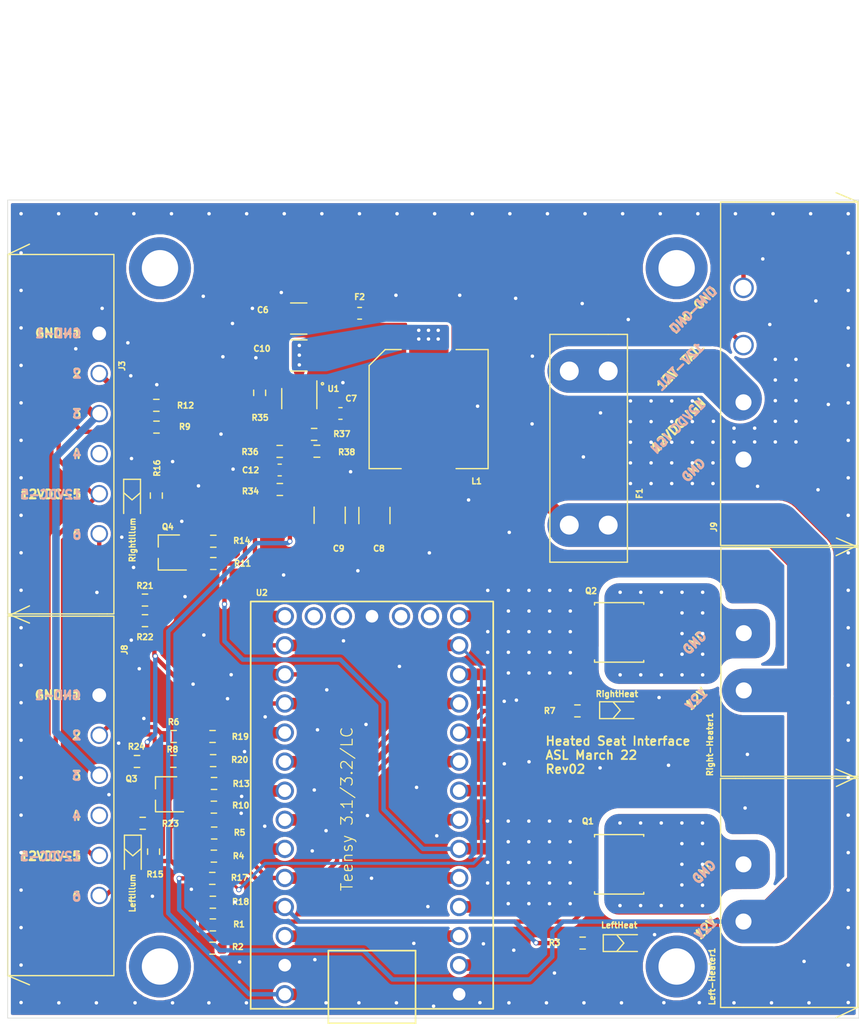
<source format=kicad_pcb>
(kicad_pcb (version 20171130) (host pcbnew "(5.1.9)-1")
  (layers (0 F.Cu signal) (31 B.Cu signal) (34 B.Paste user) (35 F.Paste user) (36 B.SilkS user) (37 F.SilkS user) (38 B.Mask user hide) (39 F.Mask user hide) (44 Edge.Cuts user))
  (net 0 "")
  (net 1 /3V3-Boot)
  (net 2 GND)
  (net 3 3V3)
  (net 4 +12-Polyfuse)
  (net 5 /3V3-FB)
  (net 6 "Net-(D1-Pad2)")
  (net 7 "Net-(D2-Pad2)")
  (net 8 "Net-(D3-Pad2)")
  (net 9 "Net-(D4-Pad2)")
  (net 10 +12VDC)
  (net 11 /12VDC-IGN)
  (net 12 Right-Illum)
  (net 13 "Net-(J3-Pad4)")
  (net 14 "Net-(J3-Pad2)")
  (net 15 "Net-(J8-Pad2)")
  (net 16 "Net-(J8-Pad4)")
  (net 17 Left-Illum)
  (net 18 "Net-(Q1-Pad1)")
  (net 19 "Net-(Q2-Pad1)")
  (net 20 "Net-(Q3-Pad1)")
  (net 21 "Net-(Q4-Pad1)")
  (net 22 Left-Heat-3V3)
  (net 23 Right-Pot)
  (net 24 Right-Heat-3V3)
  (net 25 Left-Pot)
  (net 26 Right-Illum-3V3)
  (net 27 Left-Illum-3V3)
  (net 28 /3V3-EN)
  (net 29 "Net-(U2-Pad1)")
  (net 30 "Net-(U2-Pad2)")
  (net 31 "Net-(U2-Pad5)")
  (net 32 "Net-(U2-Pad6)")
  (net 33 "Net-(U2-Pad7)")
  (net 34 "Net-(U2-Pad8)")
  (net 35 "Net-(U2-Pad9)")
  (net 36 "Net-(U2-Pad10)")
  (net 37 "Net-(U2-Pad12)")
  (net 38 "Net-(U2-Pad13)")
  (net 39 "Net-(U2-Pad21)")
  (net 40 "Net-(U2-Pad20)")
  (net 41 "Net-(U2-Pad19)")
  (net 42 "Net-(U2-Pad18)")
  (net 43 "Net-(Left-Heater1-Pad2)")
  (net 44 "Net-(C7-Pad1)")
  (net 45 "Net-(C12-Pad2)")
  (net 46 "Net-(R17-Pad1)")
  (net 47 "Net-(R19-Pad1)")
  (net 48 "Net-(Q2-Pad3)")
  (net 49 "Net-(U2-Pad0)")
  (net 50 "Net-(U2-Pad3V3)")
  (net 51 "Net-(U2-PadProgram)")
  (net 52 "Net-(U2-PadA14)")
  (net 53 "Net-(U2-Pad3.3V)")
  (net 54 "Net-(U2-PadVBat)")
  (net 55 "Net-(J7-Pad6)")
  (net 56 "Net-(J7-Pad5)")
  (net 57 "Net-(J7-Pad4)")
  (net 58 "Net-(J7-Pad3)")
  (net 59 "Net-(J7-Pad2)")
  (net 60 "Net-(J7-Pad1)")
  (net 61 "Net-(Pin1-Pad1)")
  (net 62 "Net-(J4-Pad2)")
  (net 63 "Net-(J4-Pad1)")
  (net 64 "Net-(J6-Pad1)")
  (net 65 "Net-(J6-Pad2)")
  (net 66 "Net-(Pin2-Pad1)")
  (net 67 "Net-(Pin3-Pad1)")
  (net 68 "Net-(Pin4-Pad1)")
  (net 69 "Net-(Pin5-Pad1)")
  (net 70 "Net-(Pin6-Pad1)")
  (net 71 "Net-(Pin7-Pad1)")
  (net 72 "Net-(Pin8-Pad1)")
  (net 73 "Net-(Pin9-Pad1)")
  (net 74 "Net-(Pin10-Pad1)")
  (net 75 "Net-(Pin11-Pad1)")
  (net 76 "Net-(Pin12-Pad1)")
  (net 77 "Net-(J3-Pad6)")
  (net 78 DIMMER-GND)
  (net 79 "Net-(J8-Pad6)")
  (net 80 +12-TAIL)
  (net 81 "Net-(U2-Pad17)")
  (module _4runner-seat-heat-custom-libraries:4-40-Mounting-Hole (layer F.Cu) (at 13.3096 61.7112)
    (fp_text reference REF** hide)
    (fp_text value "4-40 Mount")
    (pad 1 thru_hole circle (at 0 0) (size 5.4102 5.4102) (drill 3.175) (layers *.Cu *.Mask))
  )
  (module _4runner-seat-heat-custom-libraries:4-40-Mounting-Hole (layer F.Cu) (at 13.3096 0.7112)
    (fp_text reference REF** hide)
    (fp_text value "4-40 Mount")
    (pad 1 thru_hole circle (at 0 0) (size 5.4102 5.4102) (drill 3.175) (layers *.Cu *.Mask))
  )
  (module _4runner-seat-heat-custom-libraries:4-40-Mounting-Hole (layer F.Cu) (at 58.4708 61.7112)
    (fp_text reference REF** hide)
    (fp_text value "4-40 Mount")
    (pad 1 thru_hole circle (at 0 0) (size 5.4102 5.4102) (drill 3.175) (layers *.Cu *.Mask))
  )
  (module _4runner-seat-heat-custom-libraries:4-40-Mounting-Hole (layer F.Cu) (at 58.4708 0.7112)
    (fp_text reference REF** hide)
    (fp_text value "4-40 Mount")
    (pad 1 thru_hole circle (at 0 0) (size 5.4102 5.4102) (drill 3.175) (layers *.Cu *.Mask))
  )
  (module _4runner-seat-heat-custom-libraries:TE-796864-4 (layer F.Cu) (at 64.3128 17.4244 90)
    (fp_text reference J9 (at -5.8928 -2.5908 90) (layer F.SilkS) (effects (font (size 0.508 0.508) (thickness 0.127))))
    (fp_text value TE-796866-4)
    (pad 4 thru_hole circle (at 15 0 90) (size 1.8 1.8) (drill 1.4) (layers *.Cu *.Mask) (net 78 DIMMER-GND))
    (pad 1 thru_hole circle (at 0 0 90) (size 1.8 1.8) (drill 1.4) (layers *.Cu *.Mask) (net 2 GND))
    (pad 3 thru_hole circle (at 10 0 90) (size 1.8 1.8) (drill 1.4) (layers *.Cu *.Mask) (net 80 +12-TAIL))
    (pad 2 thru_hole circle (at 5 0 90) (size 1.8 1.8) (drill 1.4) (layers *.Cu *.Mask) (net 11 /12VDC-IGN))
  )
  (module Resistor_SMD:R_0603_1608Metric (layer F.Cu) (at 11.3 43.8 180)
    (fp_text reference R24 (at 0.05 1.3) (layer F.SilkS) (effects (font (size 0.508 0.508) (thickness 0.127))))
    (fp_text value 0ohm)
    (pad 2 smd roundrect (at 0.825 0 180) (size 0.8 0.95) (layers F.Cu F.Paste F.Mask) (net 79 "Net-(J8-Pad6)"))
    (pad 1 smd roundrect (at -0.825 0 180) (size 0.8 0.95) (layers F.Cu F.Paste F.Mask) (net 80 +12-TAIL))
  )
  (module Resistor_SMD:R_0603_1608Metric (layer F.Cu) (at 11.8 49.2)
    (fp_text reference R23 (at 2.424 0.0252) (layer F.SilkS) (effects (font (size 0.508 0.508) (thickness 0.127))))
    (fp_text value 0ohm)
    (pad 2 smd roundrect (at 0.825 0) (size 0.8 0.95) (layers F.Cu F.Paste F.Mask) (net 17 Left-Illum))
    (pad 1 smd roundrect (at -0.825 0) (size 0.8 0.95) (layers F.Cu F.Paste F.Mask) (net 79 "Net-(J8-Pad6)"))
  )
  (module Resistor_SMD:R_0603_1608Metric (layer F.Cu) (at 12 31.5 180)
    (fp_text reference R22 (at 0 -1.43) (layer F.SilkS) (effects (font (size 0.508 0.508) (thickness 0.127))))
    (fp_text value 0ohm)
    (pad 2 smd roundrect (at 0.825 0 180) (size 0.8 0.95) (layers F.Cu F.Paste F.Mask) (net 77 "Net-(J3-Pad6)"))
    (pad 1 smd roundrect (at -0.825 0 180) (size 0.8 0.95) (layers F.Cu F.Paste F.Mask) (net 80 +12-TAIL))
  )
  (module Resistor_SMD:R_0603_1608Metric (layer F.Cu) (at 12 29.7)
    (fp_text reference R21 (at 0 -1.25) (layer F.SilkS) (effects (font (size 0.508 0.508) (thickness 0.127))))
    (fp_text value 0ohm)
    (pad 2 smd roundrect (at 0.825 0) (size 0.8 0.95) (layers F.Cu F.Paste F.Mask) (net 12 Right-Illum))
    (pad 1 smd roundrect (at -0.825 0) (size 0.8 0.95) (layers F.Cu F.Paste F.Mask) (net 77 "Net-(J3-Pad6)"))
  )
  (module _4runner-seat-heat-custom-libraries:Teensy30_31_32_LC (layer F.Cu) (at 31.8389 47.625 90)
    (fp_text reference U2 (at 18.5674 -9.6266 180) (layer F.SilkS) (effects (font (size 0.508 0.508) (thickness 0.127))))
    (fp_text value Teensy3.2)
    (pad 12 smd rect (at 16.52 9.25 270) (size 1.016 2.286) (layers F.Cu F.Paste F.Mask) (net 37 "Net-(U2-Pad12)"))
    (pad 11 smd rect (at 13.97 5.95 270) (size 1.016 2.286) (layers F.Cu F.Paste F.Mask) (net 46 "Net-(R17-Pad1)"))
    (pad 3 smd rect (at -6.35 5.95 270) (size 1.016 2.286) (layers F.Cu F.Paste F.Mask) (net 27 Left-Illum-3V3))
    (pad 10 smd rect (at 11.44 9.25 270) (size 1.016 2.286) (layers F.Cu F.Paste F.Mask) (net 36 "Net-(U2-Pad10)"))
    (pad GND smd rect (at -16.51 5.95 270) (size 1.016 2.286) (layers F.Cu F.Paste F.Mask) (net 2 GND))
    (pad 5 smd rect (at -1.27 5.95 270) (size 1.016 2.286) (layers F.Cu F.Paste F.Mask) (net 31 "Net-(U2-Pad5)"))
    (pad 0 smd rect (at -13.96 9.25 270) (size 1.016 2.286) (layers F.Cu F.Paste F.Mask) (net 49 "Net-(U2-Pad0)"))
    (pad 4 smd rect (at -3.8 9.25 270) (size 1.016 2.286) (layers F.Cu F.Paste F.Mask) (net 26 Right-Illum-3V3))
    (pad 8 smd rect (at 6.36 9.25 270) (size 1.016 2.286) (layers F.Cu F.Paste F.Mask) (net 34 "Net-(U2-Pad8)"))
    (pad 9 smd rect (at 8.89 5.95 270) (size 1.016 2.286) (layers F.Cu F.Paste F.Mask) (net 35 "Net-(U2-Pad9)"))
    (pad 7 smd rect (at 3.81 5.95 270) (size 1.016 2.286) (layers F.Cu F.Paste F.Mask) (net 33 "Net-(U2-Pad7)"))
    (pad 1 smd rect (at -11.43 5.95 270) (size 1.016 2.286) (layers F.Cu F.Paste F.Mask) (net 29 "Net-(U2-Pad1)"))
    (pad 6 smd rect (at 1.28 9.25 270) (size 1.016 2.286) (layers F.Cu F.Paste F.Mask) (net 32 "Net-(U2-Pad6)"))
    (pad 2 smd rect (at -8.88 9.25 270) (size 1.016 2.286) (layers F.Cu F.Paste F.Mask) (net 30 "Net-(U2-Pad2)"))
    (pad 14 smd rect (at 13.96 -5.95 90) (size 1.016 2.286) (layers F.Cu F.Paste F.Mask) (net 23 Right-Pot))
    (pad 16 smd rect (at 8.88 -5.95 90) (size 1.016 2.286) (layers F.Cu F.Paste F.Mask) (net 47 "Net-(R19-Pad1)"))
    (pad 18 smd rect (at 3.8 -5.95 90) (size 1.016 2.286) (layers F.Cu F.Paste F.Mask) (net 42 "Net-(U2-Pad18)"))
    (pad 20 smd rect (at -1.28 -5.95 90) (size 1.016 2.286) (layers F.Cu F.Paste F.Mask) (net 40 "Net-(U2-Pad20)"))
    (pad 22 smd rect (at -6.36 -5.95 90) (size 1.016 2.286) (layers F.Cu F.Paste F.Mask) (net 24 Right-Heat-3V3))
    (pad 3V3 smd rect (at -11.44 -5.95 90) (size 1.016 2.286) (layers F.Cu F.Paste F.Mask) (net 50 "Net-(U2-Pad3V3)"))
    (pad 13 smd rect (at 16.49 -9.25 90) (size 1.016 2.286) (layers F.Cu F.Paste F.Mask) (net 38 "Net-(U2-Pad13)"))
    (pad 15 smd rect (at 11.41 -9.25 90) (size 1.016 2.286) (layers F.Cu F.Paste F.Mask) (net 25 Left-Pot))
    (pad 17 smd rect (at 6.33 -9.25 90) (size 1.016 2.286) (layers F.Cu F.Paste F.Mask) (net 81 "Net-(U2-Pad17)"))
    (pad 19 smd rect (at 1.25 -9.25 90) (size 1.016 2.286) (layers F.Cu F.Paste F.Mask) (net 41 "Net-(U2-Pad19)"))
    (pad 21 smd rect (at -3.83 -9.25 90) (size 1.016 2.286) (layers F.Cu F.Paste F.Mask) (net 39 "Net-(U2-Pad21)"))
    (pad 23 smd rect (at -8.91 -9.25 90) (size 1.016 2.286) (layers F.Cu F.Paste F.Mask) (net 22 Left-Heat-3V3))
    (pad AGND smd rect (at -13.99 -9.25 90) (size 1.016 2.286) (layers F.Cu F.Paste F.Mask) (net 2 GND))
    (pad Vin smd rect (at -16.52 -5.95 90) (size 1.016 2.286) (layers F.Cu F.Paste F.Mask) (net 3 3V3))
    (pad GND thru_hole circle (at 16.51 0 90) (size 1.6 1.6) (drill 1.1) (layers *.Cu *.Mask) (net 2 GND))
    (pad Program thru_hole circle (at 16.51 -2.54 90) (size 1.6 1.6) (drill 1.1) (layers *.Cu *.Mask) (net 51 "Net-(U2-PadProgram)"))
    (pad A14 thru_hole circle (at 16.51 -5.08 90) (size 1.6 1.6) (drill 1.1) (layers *.Cu *.Mask) (net 52 "Net-(U2-PadA14)"))
    (pad 13 thru_hole circle (at 16.51 -7.62 90) (size 1.6 1.6) (drill 1.1) (layers *.Cu *.Mask) (net 38 "Net-(U2-Pad13)"))
    (pad 3.3V thru_hole circle (at 16.51 2.54 90) (size 1.6 1.6) (drill 1.1) (layers *.Cu *.Mask) (net 53 "Net-(U2-Pad3.3V)"))
    (pad VBat thru_hole circle (at 16.51 5.08 90) (size 1.6 1.6) (drill 1.1) (layers *.Cu *.Mask) (net 54 "Net-(U2-PadVBat)"))
    (pad 12 thru_hole circle (at 16.51 7.62 90) (size 1.6 1.6) (drill 1.1) (layers *.Cu *.Mask) (net 37 "Net-(U2-Pad12)"))
    (pad 14 thru_hole circle (at 13.97 -7.62 90) (size 1.6 1.6) (drill 1.1) (layers *.Cu *.Mask) (net 23 Right-Pot))
    (pad 15 thru_hole circle (at 11.43 -7.62 90) (size 1.6 1.6) (drill 1.1) (layers *.Cu *.Mask) (net 25 Left-Pot))
    (pad 16 thru_hole circle (at 8.89 -7.62 90) (size 1.6 1.6) (drill 1.1) (layers *.Cu *.Mask) (net 47 "Net-(R19-Pad1)"))
    (pad 17 thru_hole circle (at 6.35 -7.62 90) (size 1.6 1.6) (drill 1.1) (layers *.Cu *.Mask) (net 81 "Net-(U2-Pad17)"))
    (pad 18 thru_hole circle (at 3.81 -7.62 90) (size 1.6 1.6) (drill 1.1) (layers *.Cu *.Mask) (net 42 "Net-(U2-Pad18)"))
    (pad 19 thru_hole circle (at 1.27 -7.62 90) (size 1.6 1.6) (drill 1.1) (layers *.Cu *.Mask) (net 41 "Net-(U2-Pad19)"))
    (pad 20 thru_hole circle (at -1.27 -7.62 90) (size 1.6 1.6) (drill 1.1) (layers *.Cu *.Mask) (net 40 "Net-(U2-Pad20)"))
    (pad 21 thru_hole circle (at -3.81 -7.62 90) (size 1.6 1.6) (drill 1.1) (layers *.Cu *.Mask) (net 39 "Net-(U2-Pad21)"))
    (pad 22 thru_hole circle (at -6.35 -7.62 90) (size 1.6 1.6) (drill 1.1) (layers *.Cu *.Mask) (net 24 Right-Heat-3V3))
    (pad 23 thru_hole circle (at -8.89 -7.62 90) (size 1.6 1.6) (drill 1.1) (layers *.Cu *.Mask) (net 22 Left-Heat-3V3))
    (pad 3V3 thru_hole circle (at -11.43 -7.62 90) (size 1.6 1.6) (drill 1.1) (layers *.Cu *.Mask) (net 50 "Net-(U2-Pad3V3)"))
    (pad AGND thru_hole circle (at -13.97 -7.62 90) (size 1.6 1.6) (drill 1.1) (layers *.Cu *.Mask) (net 2 GND))
    (pad Vin thru_hole circle (at -16.51 -7.62 90) (size 1.6 1.6) (drill 1.1) (layers *.Cu *.Mask) (net 3 3V3))
    (pad 11 thru_hole circle (at 13.97 7.62 90) (size 1.6 1.6) (drill 1.1) (layers *.Cu *.Mask) (net 46 "Net-(R17-Pad1)"))
    (pad 10 thru_hole circle (at 11.43 7.62 90) (size 1.6 1.6) (drill 1.1) (layers *.Cu *.Mask) (net 36 "Net-(U2-Pad10)"))
    (pad 9 thru_hole circle (at 8.89 7.62 90) (size 1.6 1.6) (drill 1.1) (layers *.Cu *.Mask) (net 35 "Net-(U2-Pad9)"))
    (pad 8 thru_hole circle (at 6.35 7.62 90) (size 1.6 1.6) (drill 1.1) (layers *.Cu *.Mask) (net 34 "Net-(U2-Pad8)"))
    (pad 7 thru_hole circle (at 3.81 7.62 90) (size 1.6 1.6) (drill 1.1) (layers *.Cu *.Mask) (net 33 "Net-(U2-Pad7)"))
    (pad 6 thru_hole circle (at 1.27 7.62 90) (size 1.6 1.6) (drill 1.1) (layers *.Cu *.Mask) (net 32 "Net-(U2-Pad6)"))
    (pad 5 thru_hole circle (at -1.27 7.62 90) (size 1.6 1.6) (drill 1.1) (layers *.Cu *.Mask) (net 31 "Net-(U2-Pad5)"))
    (pad 4 thru_hole circle (at -3.81 7.62 90) (size 1.6 1.6) (drill 1.1) (layers *.Cu *.Mask) (net 26 Right-Illum-3V3))
    (pad 3 thru_hole circle (at -6.35 7.62 90) (size 1.6 1.6) (drill 1.1) (layers *.Cu *.Mask) (net 27 Left-Illum-3V3))
    (pad 2 thru_hole circle (at -8.89 7.62 90) (size 1.6 1.6) (drill 1.1) (layers *.Cu *.Mask) (net 30 "Net-(U2-Pad2)"))
    (pad 1 thru_hole circle (at -11.43 7.62 90) (size 1.6 1.6) (drill 1.1) (layers *.Cu *.Mask) (net 29 "Net-(U2-Pad1)"))
    (pad 0 thru_hole circle (at -13.97 7.62 90) (size 1.6 1.6) (drill 1.1) (layers *.Cu *.Mask) (net 49 "Net-(U2-Pad0)"))
    (pad GND thru_hole rect (at -16.51 7.62 90) (size 1.6 1.6) (drill 1.1) (layers *.Cu *.Mask) (net 2 GND))
  )
  (module _4runner-seat-heat-custom-libraries:TE-796864-2 (layer F.Cu) (at 64.3128 57.785 90)
    (fp_text reference Left-Heater1 (at -4.8006 -2.7432 90) (layer F.SilkS) (effects (font (size 0.508 0.508) (thickness 0.127))))
    (fp_text value TE-796864-2)
    (pad 2 thru_hole circle (at 5 0 90) (size 1.8 1.8) (drill 1.4) (layers *.Cu *.Mask) (net 43 "Net-(Left-Heater1-Pad2)"))
    (pad 1 thru_hole circle (at 0 0 90) (size 1.8 1.8) (drill 1.4) (layers *.Cu *.Mask) (net 10 +12VDC))
  )
  (module _4runner-seat-heat-custom-libraries:TE-796864-2 (layer F.Cu) (at 64.3382 37.592 90)
    (fp_text reference Right-Heater1 (at -4.7117 -2.9591 90) (layer F.SilkS) (effects (font (size 0.508 0.508) (thickness 0.127))))
    (fp_text value TE-796864-2)
    (pad 2 thru_hole circle (at 5 0 90) (size 1.8 1.8) (drill 1.4) (layers *.Cu *.Mask) (net 48 "Net-(Q2-Pad3)"))
    (pad 1 thru_hole circle (at 0 0 90) (size 1.8 1.8) (drill 1.4) (layers *.Cu *.Mask) (net 10 +12VDC))
  )
  (module Capacitor_SMD:C_0603_1608Metric (layer F.Cu) (at 29.083 13.3985 180)
    (fp_text reference C7 (at -0.9398 1.3081) (layer F.SilkS) (effects (font (size 0.508 0.508) (thickness 0.127))))
    (fp_text value 0.1uF)
    (pad 2 smd roundrect (at 0.775 0 180) (size 0.9 0.95) (layers F.Cu F.Paste F.Mask) (net 1 /3V3-Boot))
    (pad 1 smd roundrect (at -0.775 0 180) (size 0.9 0.95) (layers F.Cu F.Paste F.Mask) (net 44 "Net-(C7-Pad1)"))
  )
  (module Capacitor_SMD:C_1210_3225Metric (layer F.Cu) (at 32.0548 22.3139 90)
    (fp_text reference C8 (at -2.8829 0.3937 180) (layer F.SilkS) (effects (font (size 0.508 0.508) (thickness 0.127))))
    (fp_text value 22uF)
    (pad 1 smd roundrect (at -1.475 0 90) (size 1.15 2.7) (layers F.Cu F.Paste F.Mask) (roundrect_rratio 0.2173904347826087) (net 2 GND))
    (pad 2 smd roundrect (at 1.475 0 90) (size 1.15 2.7) (layers F.Cu F.Paste F.Mask) (roundrect_rratio 0.2173904347826087) (net 3 3V3))
  )
  (module Capacitor_SMD:C_1210_3225Metric (layer F.Cu) (at 28.1432 22.2885 90)
    (fp_text reference C9 (at -2.9083 0.7874 180) (layer F.SilkS) (effects (font (size 0.508 0.508) (thickness 0.127))))
    (fp_text value 22uF)
    (pad 2 smd roundrect (at 1.475 0 90) (size 1.15 2.7) (layers F.Cu F.Paste F.Mask) (roundrect_rratio 0.2173904347826087) (net 3 3V3))
    (pad 1 smd roundrect (at -1.475 0 90) (size 1.15 2.7) (layers F.Cu F.Paste F.Mask) (roundrect_rratio 0.2173904347826087) (net 2 GND))
  )
  (module Capacitor_SMD:C_1210_3225Metric (layer F.Cu) (at 25.4508 8.3312)
    (fp_text reference C10 (at -3.2258 -0.5969) (layer F.SilkS) (effects (font (size 0.508 0.508) (thickness 0.127))))
    (fp_text value 10uF)
    (pad 1 smd roundrect (at -1.475 0) (size 1.15 2.7) (layers F.Cu F.Paste F.Mask) (roundrect_rratio 0.2173904347826087) (net 4 +12-Polyfuse))
    (pad 2 smd roundrect (at 1.475 0) (size 1.15 2.7) (layers F.Cu F.Paste F.Mask) (roundrect_rratio 0.2173904347826087) (net 2 GND))
  )
  (module Capacitor_SMD:C_1210_3225Metric (layer F.Cu) (at 25.4381 5.1054)
    (fp_text reference C6 (at -3.1369 -0.7493) (layer F.SilkS) (effects (font (size 0.508 0.508) (thickness 0.127))))
    (fp_text value 0.1uF)
    (pad 2 smd roundrect (at 1.475 0) (size 1.15 2.7) (layers F.Cu F.Paste F.Mask) (roundrect_rratio 0.2173904347826087) (net 2 GND))
    (pad 1 smd roundrect (at -1.475 0) (size 1.15 2.7) (layers F.Cu F.Paste F.Mask) (roundrect_rratio 0.2173904347826087) (net 4 +12-Polyfuse))
  )
  (module Capacitor_SMD:C_0603_1608Metric (layer F.Cu) (at 23.7744 18.3388 180)
    (fp_text reference C12 (at 2.54 -0.0127) (layer F.SilkS) (effects (font (size 0.508 0.508) (thickness 0.127))))
    (fp_text value 22uF)
    (pad 1 smd roundrect (at -0.775 0 180) (size 0.9 0.95) (layers F.Cu F.Paste F.Mask) (net 5 /3V3-FB))
    (pad 2 smd roundrect (at 0.775 0 180) (size 0.9 0.95) (layers F.Cu F.Paste F.Mask) (net 45 "Net-(C12-Pad2)"))
  )
  (module _4runner-seat-heat-custom-libraries:Keystone-3587-20 (layer F.Cu) (at 52.4891 9.6901 270)
    (fp_text reference F1 (at 10.6934 -2.7305 90) (layer F.SilkS) (effects (font (size 0.508 0.508) (thickness 0.127))))
    (fp_text value Fuse)
    (pad 1 thru_hole circle (at 0 0 270) (size 2.159 2.159) (drill 1.651) (layers *.Cu *.Mask) (net 11 /12VDC-IGN))
    (pad 2 thru_hole circle (at 13.462 0 270) (size 2.159 2.159) (drill 1.651) (layers *.Cu *.Mask) (net 10 +12VDC))
    (pad 1 thru_hole circle (at 0 3.4036 270) (size 2.159 2.159) (drill 1.651) (layers *.Cu *.Mask) (net 11 /12VDC-IGN))
    (pad 2 thru_hole circle (at 13.462 3.4036 270) (size 2.159 2.159) (drill 1.651) (layers *.Cu *.Mask) (net 10 +12VDC))
  )
  (module Fuse:Fuse_0603_1608Metric (layer F.Cu) (at 30.7594 4.6482)
    (fp_text reference F2 (at 0 -1.43) (layer F.SilkS) (effects (font (size 0.508 0.508) (thickness 0.127))))
    (fp_text value Polyfuse)
    (pad 1 smd roundrect (at -0.7875 0) (size 0.875 0.95) (layers F.Cu F.Paste F.Mask) (net 4 +12-Polyfuse))
    (pad 2 smd roundrect (at 0.7875 0) (size 0.875 0.95) (layers F.Cu F.Paste F.Mask) (net 10 +12VDC))
  )
  (module _4runner-seat-heat-custom-libraries:TE-284539-6 (layer F.Cu) (at 8.001 6.41 270)
    (fp_text reference J3 (at 2.8321 -1.9939 90) (layer F.SilkS) (effects (font (size 0.508 0.508) (thickness 0.127))))
    (fp_text value TE-284539-6)
    (pad 6 thru_hole circle (at 17.5 0 270) (size 1.524 1.524) (drill 1.199998) (layers *.Cu *.Mask) (net 77 "Net-(J3-Pad6)"))
    (pad 5 thru_hole circle (at 14 0 270) (size 1.524 1.524) (drill 1.199998) (layers *.Cu *.Mask) (net 78 DIMMER-GND))
    (pad 4 thru_hole circle (at 10.5 0 270) (size 1.524 1.524) (drill 1.199998) (layers *.Cu *.Mask) (net 13 "Net-(J3-Pad4)"))
    (pad 3 thru_hole circle (at 7 0 270) (size 1.524 1.524) (drill 1.199998) (layers *.Cu *.Mask) (net 4 +12-Polyfuse))
    (pad 2 thru_hole circle (at 3.5 0 270) (size 1.524 1.524) (drill 1.199998) (layers *.Cu *.Mask) (net 14 "Net-(J3-Pad2)"))
    (pad 1 thru_hole circle (at 0 0 270) (size 1.524 1.524) (drill 1.199998) (layers *.Cu *.Mask) (net 2 GND))
  )
  (module _4runner-seat-heat-custom-libraries:TE-284539-6 (layer F.Cu) (at 8.001 38.0076 270)
    (fp_text reference J8 (at -3.9624 -2.2098 90) (layer F.SilkS) (effects (font (size 0.508 0.508) (thickness 0.127))))
    (fp_text value TE-284539-6)
    (pad 1 thru_hole circle (at 0 0 270) (size 1.524 1.524) (drill 1.199998) (layers *.Cu *.Mask) (net 2 GND))
    (pad 2 thru_hole circle (at 3.5 0 270) (size 1.524 1.524) (drill 1.199998) (layers *.Cu *.Mask) (net 15 "Net-(J8-Pad2)"))
    (pad 3 thru_hole circle (at 7 0 270) (size 1.524 1.524) (drill 1.199998) (layers *.Cu *.Mask) (net 4 +12-Polyfuse))
    (pad 4 thru_hole circle (at 10.5 0 270) (size 1.524 1.524) (drill 1.199998) (layers *.Cu *.Mask) (net 16 "Net-(J8-Pad4)"))
    (pad 5 thru_hole circle (at 14 0 270) (size 1.524 1.524) (drill 1.199998) (layers *.Cu *.Mask) (net 78 DIMMER-GND))
    (pad 6 thru_hole circle (at 17.5 0 270) (size 1.524 1.524) (drill 1.199998) (layers *.Cu *.Mask) (net 79 "Net-(J8-Pad6)"))
  )
  (module Resistor_SMD:R_0603_1608Metric (layer F.Cu) (at 17.9324 58.0771 180)
    (fp_text reference R1 (at -2.286 0.0508) (layer F.SilkS) (effects (font (size 0.508 0.508) (thickness 0.127))))
    (fp_text value 10K)
    (pad 2 smd roundrect (at 0.825 0 180) (size 0.8 0.95) (layers F.Cu F.Paste F.Mask) (net 22 Left-Heat-3V3))
    (pad 1 smd roundrect (at -0.825 0 180) (size 0.8 0.95) (layers F.Cu F.Paste F.Mask) (net 18 "Net-(Q1-Pad1)"))
  )
  (module Resistor_SMD:R_0603_1608Metric (layer F.Cu) (at 50.2539 59.6646 180)
    (fp_text reference R3 (at 2.4511 0.0254) (layer F.SilkS) (effects (font (size 0.508 0.508) (thickness 0.127))))
    (fp_text value 1K)
    (pad 1 smd roundrect (at -0.825 0 180) (size 0.8 0.95) (layers F.Cu F.Paste F.Mask) (net 6 "Net-(D1-Pad2)"))
    (pad 2 smd roundrect (at 0.825 0 180) (size 0.8 0.95) (layers F.Cu F.Paste F.Mask) (net 22 Left-Heat-3V3))
  )
  (module Resistor_SMD:R_0603_1608Metric (layer F.Cu) (at 17.907 60.1091)
    (fp_text reference R2 (at 2.2098 -0.1143) (layer F.SilkS) (effects (font (size 0.508 0.508) (thickness 0.127))))
    (fp_text value 100K)
    (pad 2 smd roundrect (at 0.825 0) (size 0.8 0.95) (layers F.Cu F.Paste F.Mask) (net 18 "Net-(Q1-Pad1)"))
    (pad 1 smd roundrect (at -0.825 0) (size 0.8 0.95) (layers F.Cu F.Paste F.Mask) (net 2 GND))
  )
  (module Resistor_SMD:R_0603_1608Metric (layer F.Cu) (at 13.0048 14.5923 180)
    (fp_text reference R9 (at -2.4765 0.0381) (layer F.SilkS) (effects (font (size 0.508 0.508) (thickness 0.127))))
    (fp_text value 3.6k)
    (pad 1 smd roundrect (at -0.825 0 180) (size 0.8 0.95) (layers F.Cu F.Paste F.Mask) (net 23 Right-Pot))
    (pad 2 smd roundrect (at 0.825 0 180) (size 0.8 0.95) (layers F.Cu F.Paste F.Mask) (net 14 "Net-(J3-Pad2)"))
  )
  (module Resistor_SMD:R_0603_1608Metric (layer F.Cu) (at 12.9921 12.6873 180)
    (fp_text reference R12 (at -2.5527 -0.0127) (layer F.SilkS) (effects (font (size 0.508 0.508) (thickness 0.127))))
    (fp_text value 1k)
    (pad 2 smd roundrect (at 0.825 0 180) (size 0.8 0.95) (layers F.Cu F.Paste F.Mask) (net 2 GND))
    (pad 1 smd roundrect (at -0.825 0 180) (size 0.8 0.95) (layers F.Cu F.Paste F.Mask) (net 23 Right-Pot))
  )
  (module Resistor_SMD:R_0603_1608Metric (layer F.Cu) (at 18.0213 52.07)
    (fp_text reference R4 (at 2.159 -0.0127) (layer F.SilkS) (effects (font (size 0.508 0.508) (thickness 0.127))))
    (fp_text value 10K)
    (pad 1 smd roundrect (at -0.825 0) (size 0.8 0.95) (layers F.Cu F.Paste F.Mask) (net 19 "Net-(Q2-Pad1)"))
    (pad 2 smd roundrect (at 0.825 0) (size 0.8 0.95) (layers F.Cu F.Paste F.Mask) (net 24 Right-Heat-3V3))
  )
  (module Resistor_SMD:R_0603_1608Metric (layer F.Cu) (at 49.7967 39.3827 180)
    (fp_text reference R7 (at 2.4257 0.0127) (layer F.SilkS) (effects (font (size 0.508 0.508) (thickness 0.127))))
    (fp_text value 1K)
    (pad 2 smd roundrect (at 0.825 0 180) (size 0.8 0.95) (layers F.Cu F.Paste F.Mask) (net 24 Right-Heat-3V3))
    (pad 1 smd roundrect (at -0.825 0 180) (size 0.8 0.95) (layers F.Cu F.Paste F.Mask) (net 7 "Net-(D2-Pad2)"))
  )
  (module Resistor_SMD:R_0603_1608Metric (layer F.Cu) (at 18.0467 50.0507)
    (fp_text reference R5 (at 2.2225 -0.0381) (layer F.SilkS) (effects (font (size 0.508 0.508) (thickness 0.127))))
    (fp_text value 100K)
    (pad 1 smd roundrect (at -0.825 0) (size 0.8 0.95) (layers F.Cu F.Paste F.Mask) (net 2 GND))
    (pad 2 smd roundrect (at 0.825 0) (size 0.8 0.95) (layers F.Cu F.Paste F.Mask) (net 19 "Net-(Q2-Pad1)"))
  )
  (module Resistor_SMD:R_0603_1608Metric (layer F.Cu) (at 14.5034 41.6179 180)
    (fp_text reference R6 (at 0.0034 1.2679) (layer F.SilkS) (effects (font (size 0.508 0.508) (thickness 0.127))))
    (fp_text value 3.6k)
    (pad 2 smd roundrect (at 0.825 0 180) (size 0.8 0.95) (layers F.Cu F.Paste F.Mask) (net 15 "Net-(J8-Pad2)"))
    (pad 1 smd roundrect (at -0.825 0 180) (size 0.8 0.95) (layers F.Cu F.Paste F.Mask) (net 25 Left-Pot))
  )
  (module Resistor_SMD:R_0603_1608Metric (layer F.Cu) (at 14.478 43.7896 180)
    (fp_text reference R8 (at 0.078 1.0396) (layer F.SilkS) (effects (font (size 0.508 0.508) (thickness 0.127))))
    (fp_text value 1k)
    (pad 1 smd roundrect (at -0.825 0 180) (size 0.8 0.95) (layers F.Cu F.Paste F.Mask) (net 25 Left-Pot))
    (pad 2 smd roundrect (at 0.825 0 180) (size 0.8 0.95) (layers F.Cu F.Paste F.Mask) (net 2 GND))
  )
  (module Resistor_SMD:R_0603_1608Metric (layer F.Cu) (at 17.9705 26.5049)
    (fp_text reference R11 (at 2.5654 0) (layer F.SilkS) (effects (font (size 0.508 0.508) (thickness 0.127))))
    (fp_text value 10K)
    (pad 1 smd roundrect (at -0.825 0) (size 0.8 0.95) (layers F.Cu F.Paste F.Mask) (net 21 "Net-(Q4-Pad1)"))
    (pad 2 smd roundrect (at 0.825 0) (size 0.8 0.95) (layers F.Cu F.Paste F.Mask) (net 26 Right-Illum-3V3))
  )
  (module Resistor_SMD:R_0603_1608Metric (layer F.Cu) (at 18.0213 47.7901)
    (fp_text reference R10 (at 2.3495 -0.1524) (layer F.SilkS) (effects (font (size 0.508 0.508) (thickness 0.127))))
    (fp_text value 10K)
    (pad 2 smd roundrect (at 0.825 0) (size 0.8 0.95) (layers F.Cu F.Paste F.Mask) (net 27 Left-Illum-3V3))
    (pad 1 smd roundrect (at -0.825 0) (size 0.8 0.95) (layers F.Cu F.Paste F.Mask) (net 20 "Net-(Q3-Pad1)"))
  )
  (module Resistor_SMD:R_0603_1608Metric (layer F.Cu) (at 12.9921 20.574 270)
    (fp_text reference R16 (at -2.4003 -0.0635 90) (layer F.SilkS) (effects (font (size 0.508 0.508) (thickness 0.127))))
    (fp_text value 10K)
    (pad 1 smd roundrect (at -0.825 0 270) (size 0.8 0.95) (layers F.Cu F.Paste F.Mask) (net 8 "Net-(D3-Pad2)"))
    (pad 2 smd roundrect (at 0.825 0 270) (size 0.8 0.95) (layers F.Cu F.Paste F.Mask) (net 26 Right-Illum-3V3))
  )
  (module Resistor_SMD:R_0603_1608Metric (layer F.Cu) (at 12.7508 51.6763 270)
    (fp_text reference R15 (at 1.9812 -0.127 180) (layer F.SilkS) (effects (font (size 0.508 0.508) (thickness 0.127))))
    (fp_text value 10K)
    (pad 2 smd roundrect (at 0.825 0 270) (size 0.8 0.95) (layers F.Cu F.Paste F.Mask) (net 27 Left-Illum-3V3))
    (pad 1 smd roundrect (at -0.825 0 270) (size 0.8 0.95) (layers F.Cu F.Paste F.Mask) (net 9 "Net-(D4-Pad2)"))
  )
  (module Resistor_SMD:R_0603_1608Metric (layer F.Cu) (at 17.9705 24.5618 180)
    (fp_text reference R14 (at -2.4892 0.0508) (layer F.SilkS) (effects (font (size 0.508 0.508) (thickness 0.127))))
    (fp_text value 10K)
    (pad 2 smd roundrect (at 0.825 0 180) (size 0.8 0.95) (layers F.Cu F.Paste F.Mask) (net 21 "Net-(Q4-Pad1)"))
    (pad 1 smd roundrect (at -0.825 0 180) (size 0.8 0.95) (layers F.Cu F.Paste F.Mask) (net 2 GND))
  )
  (module Resistor_SMD:R_0603_1608Metric (layer F.Cu) (at 18.034 45.72 180)
    (fp_text reference R13 (at -2.3749 -0.0254) (layer F.SilkS) (effects (font (size 0.508 0.508) (thickness 0.127))))
    (fp_text value 10K)
    (pad 2 smd roundrect (at 0.825 0 180) (size 0.8 0.95) (layers F.Cu F.Paste F.Mask) (net 20 "Net-(Q3-Pad1)"))
    (pad 1 smd roundrect (at -0.825 0 180) (size 0.8 0.95) (layers F.Cu F.Paste F.Mask) (net 2 GND))
  )
  (module Resistor_SMD:R_0603_1608Metric (layer F.Cu) (at 23.7871 20.0406 180)
    (fp_text reference R34 (at 2.5654 -0.1524) (layer F.SilkS) (effects (font (size 0.508 0.508) (thickness 0.127))))
    (fp_text value 49.9)
    (pad 1 smd roundrect (at -0.825 0 180) (size 0.8 0.95) (layers F.Cu F.Paste F.Mask) (net 3 3V3))
    (pad 2 smd roundrect (at 0.825 0 180) (size 0.8 0.95) (layers F.Cu F.Paste F.Mask) (net 45 "Net-(C12-Pad2)"))
  )
  (module Resistor_SMD:R_0603_1608Metric (layer F.Cu) (at 22.0218 11.5951 270)
    (fp_text reference R35 (at 2.1717 -0.0381 180) (layer F.SilkS) (effects (font (size 0.508 0.508) (thickness 0.127))))
    (fp_text value 510k)
    (pad 1 smd roundrect (at -0.825 0 270) (size 0.8 0.95) (layers F.Cu F.Paste F.Mask) (net 4 +12-Polyfuse))
    (pad 2 smd roundrect (at 0.825 0 270) (size 0.8 0.95) (layers F.Cu F.Paste F.Mask) (net 28 /3V3-EN))
  )
  (module Resistor_SMD:R_0603_1608Metric (layer F.Cu) (at 23.7744 16.7132)
    (fp_text reference R36 (at -2.5908 0.0381) (layer F.SilkS) (effects (font (size 0.508 0.508) (thickness 0.127))))
    (fp_text value 100k)
    (pad 2 smd roundrect (at 0.825 0) (size 0.8 0.95) (layers F.Cu F.Paste F.Mask) (net 5 /3V3-FB))
    (pad 1 smd roundrect (at -0.825 0) (size 0.8 0.95) (layers F.Cu F.Paste F.Mask) (net 45 "Net-(C12-Pad2)"))
  )
  (module Resistor_SMD:R_0603_1608Metric (layer F.Cu) (at 26.7843 15.2273)
    (fp_text reference R37 (at 2.4257 -0.0381) (layer F.SilkS) (effects (font (size 0.508 0.508) (thickness 0.127))))
    (fp_text value 105k)
    (pad 2 smd roundrect (at 0.825 0) (size 0.8 0.95) (layers F.Cu F.Paste F.Mask) (net 2 GND))
    (pad 1 smd roundrect (at -0.825 0) (size 0.8 0.95) (layers F.Cu F.Paste F.Mask) (net 28 /3V3-EN))
  )
  (module Resistor_SMD:R_0603_1608Metric_Pad0.98x0.95mm_HandSolder (layer F.Cu) (at 27.0256 16.7005)
    (fp_text reference R38 (at 2.6035 0.0762) (layer F.SilkS) (effects (font (size 0.508 0.508) (thickness 0.127))))
    (fp_text value 22k)
    (pad 1 smd roundrect (at -0.9125 0) (size 0.975 0.95) (layers F.Cu F.Paste F.Mask) (net 5 /3V3-FB))
    (pad 2 smd roundrect (at 0.9125 0) (size 0.975 0.95) (layers F.Cu F.Paste F.Mask) (net 2 GND))
  )
  (module Resistor_SMD:R_0603_1608Metric (layer F.Cu) (at 17.8816 54.0131 180)
    (fp_text reference R17 (at -2.3749 0.0635) (layer F.SilkS) (effects (font (size 0.508 0.508) (thickness 0.127))))
    (fp_text value 3.6k)
    (pad 1 smd roundrect (at -0.825 0 180) (size 0.8 0.95) (layers F.Cu F.Paste F.Mask) (net 46 "Net-(R17-Pad1)"))
    (pad 2 smd roundrect (at 0.825 0 180) (size 0.8 0.95) (layers F.Cu F.Paste F.Mask) (net 10 +12VDC))
  )
  (module Resistor_SMD:R_0603_1608Metric (layer F.Cu) (at 17.907 41.6179 180)
    (fp_text reference R19 (at -2.4257 -0.0127) (layer F.SilkS) (effects (font (size 0.508 0.508) (thickness 0.127))))
    (fp_text value 3.6k)
    (pad 2 smd roundrect (at 0.825 0 180) (size 0.8 0.95) (layers F.Cu F.Paste F.Mask) (net 80 +12-TAIL))
    (pad 1 smd roundrect (at -0.825 0 180) (size 0.8 0.95) (layers F.Cu F.Paste F.Mask) (net 47 "Net-(R19-Pad1)"))
  )
  (module Resistor_SMD:R_0603_1608Metric (layer F.Cu) (at 17.9324 56.0959 180)
    (fp_text reference R18 (at -2.4257 0.0381) (layer F.SilkS) (effects (font (size 0.508 0.508) (thickness 0.127))))
    (fp_text value 1k)
    (pad 1 smd roundrect (at -0.825 0 180) (size 0.8 0.95) (layers F.Cu F.Paste F.Mask) (net 2 GND))
    (pad 2 smd roundrect (at 0.825 0 180) (size 0.8 0.95) (layers F.Cu F.Paste F.Mask) (net 46 "Net-(R17-Pad1)"))
  )
  (module Resistor_SMD:R_0603_1608Metric (layer F.Cu) (at 17.9578 43.7261)
    (fp_text reference R20 (at 2.3241 -0.0762) (layer F.SilkS) (effects (font (size 0.508 0.508) (thickness 0.127))))
    (fp_text value 1k)
    (pad 1 smd roundrect (at -0.825 0) (size 0.8 0.95) (layers F.Cu F.Paste F.Mask) (net 2 GND))
    (pad 2 smd roundrect (at 0.825 0) (size 0.8 0.95) (layers F.Cu F.Paste F.Mask) (net 47 "Net-(R19-Pad1)"))
  )
  (module _4runner-seat-heat-custom-libraries:TPS54302DDCR (layer F.Cu) (at 26.2128 12.1031 270)
    (fp_text reference U1 (at -0.8636 -2.2606 180) (layer F.SilkS) (effects (font (size 0.508 0.508) (thickness 0.127))))
    (fp_text value TPS54302DDCR)
    (pad 2 smd rect (at -1.31 0.7 270) (size 1.22 0.65) (layers F.Cu F.Paste F.Mask) (net 44 "Net-(C7-Pad1)"))
    (pad 1 smd rect (at -1.31 -0.25 270) (size 1.22 0.65) (layers F.Cu F.Paste F.Mask) (net 2 GND))
    (pad 6 smd rect (at 1.31 -0.25 270) (size 1.22 0.65) (layers F.Cu F.Paste F.Mask) (net 1 /3V3-Boot))
    (pad 3 smd rect (at -1.31 1.65 270) (size 1.22 0.65) (layers F.Cu F.Paste F.Mask) (net 4 +12-Polyfuse))
    (pad 5 smd rect (at 1.31 0.7 270) (size 1.22 0.65) (layers F.Cu F.Paste F.Mask) (net 28 /3V3-EN))
    (pad 4 smd rect (at 1.31 1.65 270) (size 1.22 0.65) (layers F.Cu F.Paste F.Mask) (net 5 /3V3-FB))
  )
  (module _4runner-seat-heat-custom-libraries:Kingbright-APT1608LZGCK (layer F.Cu) (at 53.5559 59.6646 180)
    (fp_text reference D1 hide)
    (fp_text value LeftHeatLED)
    (pad 2 smd roundrect (at 0.7875 0 180) (size 0.875 0.95) (layers F.Cu F.Paste F.Mask) (net 6 "Net-(D1-Pad2)"))
    (pad 1 smd roundrect (at -0.7875 0 180) (size 0.875 0.95) (layers F.Cu F.Paste F.Mask) (net 2 GND))
  )
  (module _4runner-seat-heat-custom-libraries:Kingbright-APT1608LZGCK (layer F.Cu) (at 53.2384 39.3192 180)
    (fp_text reference D2 hide)
    (fp_text value RightHeatLED)
    (pad 1 smd roundrect (at -0.7875 0 180) (size 0.875 0.95) (layers F.Cu F.Paste F.Mask) (net 2 GND))
    (pad 2 smd roundrect (at 0.7875 0 180) (size 0.875 0.95) (layers F.Cu F.Paste F.Mask) (net 7 "Net-(D2-Pad2)"))
  )
  (module _4runner-seat-heat-custom-libraries:Kingbright-APT1608LZGCK (layer F.Cu) (at 10.8712 20.6502 90)
    (fp_text reference D3 hide)
    (fp_text value Right-Illum-LED)
    (pad 1 smd roundrect (at -0.7875 0 90) (size 0.875 0.95) (layers F.Cu F.Paste F.Mask) (net 2 GND))
    (pad 2 smd roundrect (at 0.7875 0 90) (size 0.875 0.95) (layers F.Cu F.Paste F.Mask) (net 8 "Net-(D3-Pad2)"))
  )
  (module _4runner-seat-heat-custom-libraries:Kingbright-APT1608LZGCK (layer F.Cu) (at 10.9347 51.7398 90)
    (fp_text reference D4 hide)
    (fp_text value Left-Illum-LED)
    (pad 2 smd roundrect (at 0.7875 0 90) (size 0.875 0.95) (layers F.Cu F.Paste F.Mask) (net 9 "Net-(D4-Pad2)"))
    (pad 1 smd roundrect (at -0.7875 0 90) (size 0.875 0.95) (layers F.Cu F.Paste F.Mask) (net 2 GND))
  )
  (module _4runner-seat-heat-custom-libraries:BUK9Y30-75B,115-SOT669 (layer F.Cu) (at 53.7083 52.785)
    (fp_text reference Q1 (at -2.9972 -3.763) (layer F.SilkS) (effects (font (size 0.508 0.508) (thickness 0.127))))
    (fp_text value BUK9Y30-75B,115)
    (pad 3 smd custom (at 0.335 0) (size 3.3 4.2) (layers F.Cu F.Mask) (net 43 "Net-(Left-Heater1-Pad2)") (options (clearance outline) (anchor rect)) (primitives (gr_poly (pts (xy 1.425 -2.35) (xy 2.975 -2.35) (xy 2.975 2.35) (xy 1.425 2.35)) (width 0))))
    (pad 2 smd rect (at -2.935 -0.64 270) (size 0.7 1.15) (layers F.Cu F.Paste F.Mask) (net 2 GND))
    (pad 1 smd rect (at -2.935 1.91 270) (size 0.7 1.15) (layers F.Cu F.Paste F.Mask) (net 18 "Net-(Q1-Pad1)"))
    (pad 2 smd rect (at -2.935 -1.91 270) (size 0.7 1.15) (layers F.Cu F.Paste F.Mask) (net 2 GND))
    (pad 2 smd rect (at -2.935 0.64 270) (size 0.7 1.15) (layers F.Cu F.Paste F.Mask) (net 2 GND))
  )
  (module _4runner-seat-heat-custom-libraries:BUK9Y30-75B,115-SOT669 (layer F.Cu) (at 53.7083 32.5247)
    (fp_text reference Q2 (at -2.7178 -3.6195) (layer F.SilkS) (effects (font (size 0.508 0.508) (thickness 0.127))))
    (fp_text value BUK9Y30-75B,115)
    (pad 2 smd rect (at -2.935 0.64 270) (size 0.7 1.15) (layers F.Cu F.Paste F.Mask) (net 2 GND))
    (pad 2 smd rect (at -2.935 -1.91 270) (size 0.7 1.15) (layers F.Cu F.Paste F.Mask) (net 2 GND))
    (pad 1 smd rect (at -2.935 1.91 270) (size 0.7 1.15) (layers F.Cu F.Paste F.Mask) (net 19 "Net-(Q2-Pad1)"))
    (pad 2 smd rect (at -2.935 -0.64 270) (size 0.7 1.15) (layers F.Cu F.Paste F.Mask) (net 2 GND))
    (pad 3 smd custom (at 0.335 0) (size 3.3 4.2) (layers F.Cu F.Mask) (net 48 "Net-(Q2-Pad3)") (options (clearance outline) (anchor rect)) (primitives (gr_poly (pts (xy 1.425 -2.35) (xy 2.975 -2.35) (xy 2.975 2.35) (xy 1.425 2.35)) (width 0))))
  )
  (module _4runner-seat-heat-custom-libraries:BSH103,215 (layer F.Cu) (at 14.1097 25.5651 180)
    (fp_text reference Q4 (at 0.1143 2.2606) (layer F.SilkS) (effects (font (size 0.508 0.508) (thickness 0.127))))
    (fp_text value BSH103,215)
    (pad 2 smd rect (at -1.31 0.95 180) (size 1.22 0.65) (layers F.Cu F.Paste F.Mask) (net 2 GND))
    (pad 1 smd rect (at -1.31 -0.95 180) (size 1.22 0.65) (layers F.Cu F.Paste F.Mask) (net 21 "Net-(Q4-Pad1)"))
    (pad 3 smd rect (at 1.31 0 180) (size 1.22 0.65) (layers F.Cu F.Paste F.Mask) (net 12 Right-Illum))
  )
  (module _4runner-seat-heat-custom-libraries:BSH103,215 (layer F.Cu) (at 13.8684 46.6852 180)
    (fp_text reference Q3 (at 3.048 1.3716) (layer F.SilkS) (effects (font (size 0.508 0.508) (thickness 0.127))))
    (fp_text value BSH103,215)
    (pad 3 smd rect (at 1.31 0 180) (size 1.22 0.65) (layers F.Cu F.Paste F.Mask) (net 17 Left-Illum))
    (pad 1 smd rect (at -1.31 -0.95 180) (size 1.22 0.65) (layers F.Cu F.Paste F.Mask) (net 20 "Net-(Q3-Pad1)"))
    (pad 2 smd rect (at -1.31 0.95 180) (size 1.22 0.65) (layers F.Cu F.Paste F.Mask) (net 2 GND))
  )
  (module Inductor_SMD:L_Wuerth_WE-PDF (layer F.Cu) (at 36.7919 13.0175 270)
    (fp_text reference L1 (at 6.2992 -4.191 180) (layer F.SilkS) (effects (font (size 0.508 0.508) (thickness 0.127))))
    (fp_text value L)
    (pad 1 smd rect (at -4.1 0 270) (size 2.4 3.4) (layers F.Cu F.Paste F.Mask) (net 44 "Net-(C7-Pad1)"))
    (pad 2 smd rect (at 4.1 0 270) (size 2.4 3.4) (layers F.Cu F.Paste F.Mask) (net 3 3V3))
  )
  (module _4runner-seat-heat-custom-libraries:DNP-Mechanical (layer F.Cu) (at 5.9789 -21.9683)
    (fp_text reference J1 hide)
    (fp_text value Toyota-90980-10964 hide)
  )
  (module _4runner-seat-heat-custom-libraries:DNP-Mechanical (layer F.Cu) (at 5.9789 -19.4483)
    (fp_text reference J4 hide)
    (fp_text value TE-796859-2 hide)
  )
  (module _4runner-seat-heat-custom-libraries:DNP-Mechanical (layer F.Cu) (at 25.0089 -21.9683)
    (fp_text reference J5 hide)
    (fp_text value Toyota-90980-10933 hide)
  )
  (module _4runner-seat-heat-custom-libraries:DNP-Mechanical (layer F.Cu) (at 5.9789 -16.9283)
    (fp_text reference J6 hide)
    (fp_text value TE-796859-2 hide)
  )
  (module _4runner-seat-heat-custom-libraries:DNP-Mechanical (layer F.Cu) (at 5.9789 -14.4083)
    (fp_text reference Pin2 hide)
    (fp_text value TE-1743655-1 hide)
  )
  (module _4runner-seat-heat-custom-libraries:DNP-Mechanical (layer F.Cu) (at 5.9789 -11.8883)
    (fp_text reference Pin3 hide)
    (fp_text value TE-1743655-1 hide)
  )
  (module _4runner-seat-heat-custom-libraries:DNP-Mechanical (layer F.Cu) (at 5.9789 -9.3683)
    (fp_text reference Pin4 hide)
    (fp_text value TE-1743655-1 hide)
  )
  (module _4runner-seat-heat-custom-libraries:DNP-Mechanical (layer F.Cu) (at 5.9789 -6.8483)
    (fp_text reference Pin5 hide)
    (fp_text value TE-1743655-1 hide)
  )
  (module _4runner-seat-heat-custom-libraries:DNP-Mechanical (layer F.Cu) (at 5.9789 -4.3283)
    (fp_text reference Pin6 hide)
    (fp_text value TE-1743655-1 hide)
  )
  (module _4runner-seat-heat-custom-libraries:DNP-Mechanical (layer F.Cu) (at 5.9789 -1.8083)
    (fp_text reference Pin7 hide)
    (fp_text value TE-1743655-1 hide)
  )
  (module _4runner-seat-heat-custom-libraries:DNP-Mechanical (layer F.Cu) (at 25.0089 -16.9283)
    (fp_text reference Pin8 hide)
    (fp_text value TE-1743655-1 hide)
  )
  (module _4runner-seat-heat-custom-libraries:DNP-Mechanical (layer F.Cu) (at 25.0089 -14.4083)
    (fp_text reference Pin9 hide)
    (fp_text value TE-1743655-1 hide)
  )
  (module _4runner-seat-heat-custom-libraries:DNP-Mechanical (layer F.Cu) (at 25.0089 -11.8883)
    (fp_text reference Pin10 hide)
    (fp_text value TE-1743655-1 hide)
  )
  (module _4runner-seat-heat-custom-libraries:DNP-Mechanical (layer F.Cu) (at 25.0089 -9.3683)
    (fp_text reference Pin11 hide)
    (fp_text value TE-1743655-1 hide)
  )
  (module _4runner-seat-heat-custom-libraries:DNP-Mechanical (layer F.Cu) (at 25.0089 -6.8483)
    (fp_text reference Pin12 hide)
    (fp_text value TE-1743655-1 hide)
  )
  (module _4runner-seat-heat-custom-libraries:DNP-Mechanical (layer F.Cu) (at 25.0089 -4.3283)
    (fp_text reference S1 hide)
    (fp_text value Toyota-84751-35090 hide)
  )
  (module _4runner-seat-heat-custom-libraries:DNP-Mechanical (layer F.Cu) (at 25.0089 -1.8083)
    (fp_text reference S2 hide)
    (fp_text value Toyota-84751-35100 hide)
  )
  (module _4runner-seat-heat-custom-libraries:DNP-Mechanical (layer F.Cu) (at 44.3484 -1.8923)
    (fp_text reference J7 hide)
    (fp_text value TE-284510-6 hide)
  )
  (gr_text LeftHeat (at 53.45 58.1) (layer F.SilkS) (effects (font (size 0.508 0.508) (thickness 0.127))))
  (gr_text RightHeat (at 53.25 37.9) (layer F.SilkS) (effects (font (size 0.508 0.508) (thickness 0.127))))
  (gr_text "LeftIllum\n" (at 10.9 55.3 90) (layer F.SilkS) (effects (font (size 0.508 0.508) (thickness 0.127))))
  (gr_text RightIllum (at 10.9 24.45 90) (layer F.SilkS) (effects (font (size 0.508 0.508) (thickness 0.127))))
  (gr_text "Teensy 3.1/3.2/LC" (at 29.65 47.95 90) (layer F.SilkS) (effects (font (size 1 1) (thickness 0.1))))
  (gr_text "DIM-GND\n" (at 59.944 4.3561 45) (layer F.SilkS) (effects (font (size 0.762 0.762) (thickness 0.1905))))
  (gr_text DIM-GND (at 59.9313 4.3815 45) (layer B.SilkS) (effects (font (size 0.762 0.762) (thickness 0.1905)) (justify mirror)))
  (gr_text "Heated Seat Interface\nASL March 22\nRev02" (at 46.9265 43.2435) (layer F.SilkS) (effects (font (size 0.762 0.762) (thickness 0.1524)) (justify left)))
  (gr_text 2 (at 6.027058 41.51414) (layer F.SilkS) (effects (font (size 0.762 0.762) (thickness 0.1905))))
  (gr_text 4 (at 6.027058 48.55502) (layer F.SilkS) (effects (font (size 0.762 0.762) (thickness 0.1905))))
  (gr_text "12VDC-5\n" (at 3.741058 52.10086) (layer B.SilkS) (effects (font (size 0.762 0.762) (thickness 0.1905)) (justify mirror)))
  (gr_text 2 (at 6.027058 41.53954) (layer B.SilkS) (effects (font (size 0.762 0.762) (thickness 0.1905)) (justify mirror)))
  (gr_text 4 (at 6.027058 48.58042) (layer B.SilkS) (effects (font (size 0.762 0.762) (thickness 0.1905)) (justify mirror)))
  (gr_text 3 (at 6.027058 45.05998) (layer B.SilkS) (effects (font (size 0.762 0.762) (thickness 0.1905)) (justify mirror)))
  (gr_text "6\n" (at 6.027058 55.6213) (layer B.SilkS) (effects (font (size 0.762 0.762) (thickness 0.1905)) (justify mirror)))
  (gr_text GND-1 (at 4.3942 38.0191) (layer B.SilkS) (effects (font (size 0.762 0.762) (thickness 0.1905)) (justify mirror)))
  (gr_text 3 (at 6.027058 45.03458) (layer F.SilkS) (effects (font (size 0.762 0.762) (thickness 0.1905))))
  (gr_text "12VDC-5\n" (at 3.741058 52.07546) (layer F.SilkS) (effects (font (size 0.762 0.762) (thickness 0.1905))))
  (gr_text "6\n" (at 6.027058 55.5959) (layer F.SilkS) (effects (font (size 0.762 0.762) (thickness 0.1905))))
  (gr_text GND-1 (at 4.3942 37.9937) (layer F.SilkS) (effects (font (size 0.762 0.762) (thickness 0.1905))))
  (gr_text 2 (at 6.054058 9.93084) (layer B.SilkS) (effects (font (size 0.762 0.762) (thickness 0.1905)) (justify mirror)))
  (gr_text 4 (at 6.054058 16.97172) (layer B.SilkS) (effects (font (size 0.762 0.762) (thickness 0.1905)) (justify mirror)))
  (gr_text 3 (at 6.054058 13.45128) (layer B.SilkS) (effects (font (size 0.762 0.762) (thickness 0.1905)) (justify mirror)))
  (gr_text "12VDC-5\n" (at 3.768058 20.49216) (layer B.SilkS) (effects (font (size 0.762 0.762) (thickness 0.1905)) (justify mirror)))
  (gr_text "6\n" (at 6.054058 24.0126) (layer B.SilkS) (effects (font (size 0.762 0.762) (thickness 0.1905)) (justify mirror)))
  (gr_text GND-1 (at 4.4212 6.4104) (layer B.SilkS) (effects (font (size 0.762 0.762) (thickness 0.1905)) (justify mirror)))
  (gr_text "6\n" (at 6.054058 23.9872) (layer F.SilkS) (effects (font (size 0.762 0.762) (thickness 0.1905))))
  (gr_text "12VDC-5\n" (at 3.768058 20.46676) (layer F.SilkS) (effects (font (size 0.762 0.762) (thickness 0.1905))))
  (gr_text 4 (at 6.054058 16.94632) (layer F.SilkS) (effects (font (size 0.762 0.762) (thickness 0.1905))))
  (gr_text 3 (at 6.054058 13.42588) (layer F.SilkS) (effects (font (size 0.762 0.762) (thickness 0.1905))))
  (gr_text 2 (at 6.054058 9.90544) (layer F.SilkS) (effects (font (size 0.762 0.762) (thickness 0.1905))))
  (gr_text GND-1 (at 4.4212 6.385) (layer F.SilkS) (effects (font (size 0.762 0.762) (thickness 0.1905))))
  (gr_text 12V (at 61.0108 58.3692 45) (layer F.SilkS) (effects (font (size 0.762 0.762) (thickness 0.1905))))
  (gr_text GND (at 60.8965 53.4797 45) (layer B.SilkS) (effects (font (size 0.762 0.762) (thickness 0.1905)) (justify mirror)))
  (gr_text 12V (at 61.0362 58.4073 45) (layer B.SilkS) (effects (font (size 0.762 0.762) (thickness 0.1905)) (justify mirror)))
  (gr_text GND (at 60.8711 53.4416 45) (layer F.SilkS) (effects (font (size 0.762 0.762) (thickness 0.1905))))
  (gr_text 12V (at 60.2107 38.3794 45) (layer B.SilkS) (effects (font (size 0.762 0.762) (thickness 0.1905)) (justify mirror)))
  (gr_text GND (at 60.071 33.4518 45) (layer B.SilkS) (effects (font (size 0.762 0.762) (thickness 0.1905)) (justify mirror)))
  (gr_text GND (at 60.0456 33.4137 45) (layer F.SilkS) (effects (font (size 0.762 0.762) (thickness 0.1905))))
  (gr_text 12V (at 60.1853 38.3413 45) (layer F.SilkS) (effects (font (size 0.762 0.762) (thickness 0.1905))))
  (gr_text "12VDC IGN\n\n" (at 59.0296 14.986 45) (layer B.SilkS) (effects (font (size 0.762 0.762) (thickness 0.1905)) (justify mirror)))
  (gr_text 12V-TAIL (at 58.7629 9.3091 45) (layer B.SilkS) (effects (font (size 0.762 0.762) (thickness 0.1905)) (justify mirror)))
  (gr_text "GND\n" (at 59.944 18.3769 45) (layer B.SilkS) (effects (font (size 0.762 0.762) (thickness 0.1905)) (justify mirror)))
  (gr_text 12V-TAIL (at 58.7756 9.2837 45) (layer F.SilkS) (effects (font (size 0.762 0.762) (thickness 0.1905))))
  (gr_text "GND\n" (at 59.9567 18.3515 45) (layer F.SilkS) (effects (font (size 0.762 0.762) (thickness 0.1905))))
  (gr_text "12VDC IGN" (at 58.6232 14.4272 45) (layer F.SilkS) (effects (font (size 0.762 0.762) (thickness 0.1905))))
  (gr_line (start 74.397 -5.25) (end 74.397 66.2178) (layer Edge.Cuts) (width 0.05))
  (gr_line (start 0 66.218) (end 74.3966 66.218) (layer Edge.Cuts) (width 0.05))
  (gr_line (start 0 -5.25) (end 0 66.218) (layer Edge.Cuts) (width 0.05))
  (gr_line (start 0 -5.25) (end 74.397 -5.25) (layer Edge.Cuts) (width 0.05))
  (segment (start 28.2934 13.4131) (end 28.308 13.3985) (width 0.6604) (layer F.Cu) (net 1))
  (segment (start 26.4628 13.4131) (end 28.2934 13.4131) (width 0.6604) (layer F.Cu) (net 1))
  (via (at 73.4684 51.762592) (size 0.4572) (drill 0.3048) (layers F.Cu B.Cu) (net 2))
  (via (at 73.4684 25.569984) (size 0.4572) (drill 0.3048) (layers F.Cu B.Cu) (net 2))
  (via (at 73.4684 -4.0491) (size 0.4572) (drill 0.3048) (layers F.Cu B.Cu) (net 2))
  (via (at 73.4684 15.747756) (size 0.4572) (drill 0.3048) (layers F.Cu B.Cu) (net 2))
  (via (at 73.4684 45.21444) (size 0.4572) (drill 0.3048) (layers F.Cu B.Cu) (net 2))
  (via (at 73.4684 61.58482) (size 0.4572) (drill 0.3048) (layers F.Cu B.Cu) (net 2))
  (via (at 73.4684 58.310744) (size 0.4572) (drill 0.3048) (layers F.Cu B.Cu) (net 2))
  (via (at 73.4684 9.199604) (size 0.4572) (drill 0.3048) (layers F.Cu B.Cu) (net 2))
  (via (at 73.4684 19.021832) (size 0.4572) (drill 0.3048) (layers F.Cu B.Cu) (net 2))
  (via (at 73.4684 48.488516) (size 0.4572) (drill 0.3048) (layers F.Cu B.Cu) (net 2))
  (via (at 73.4684 32.118136) (size 0.4572) (drill 0.3048) (layers F.Cu B.Cu) (net 2))
  (via (at 73.4684 5.925528) (size 0.4572) (drill 0.3048) (layers F.Cu B.Cu) (net 2))
  (via (at 73.4684 -0.622624) (size 0.4572) (drill 0.3048) (layers F.Cu B.Cu) (net 2))
  (via (at 73.4684 55.036668) (size 0.4572) (drill 0.3048) (layers F.Cu B.Cu) (net 2))
  (via (at 73.4684 38.666288) (size 0.4572) (drill 0.3048) (layers F.Cu B.Cu) (net 2))
  (via (at 73.4684 2.651452) (size 0.4572) (drill 0.3048) (layers F.Cu B.Cu) (net 2))
  (via (at 73.4684 35.392212) (size 0.4572) (drill 0.3048) (layers F.Cu B.Cu) (net 2))
  (via (at 73.4684 41.940364) (size 0.4572) (drill 0.3048) (layers F.Cu B.Cu) (net 2))
  (via (at 73.4684 12.47368) (size 0.4572) (drill 0.3048) (layers F.Cu B.Cu) (net 2))
  (via (at 73.4684 64.8589) (size 0.4572) (drill 0.3048) (layers F.Cu B.Cu) (net 2))
  (via (at 73.4684 22.295908) (size 0.4572) (drill 0.3048) (layers F.Cu B.Cu) (net 2))
  (via (at 73.4684 28.84406) (size 0.4572) (drill 0.3048) (layers F.Cu B.Cu) (net 2))
  (via (at 54.4322 14.1097) (size 0.4572) (drill 0.3048) (layers F.Cu B.Cu) (net 2))
  (via (at 54.4322 19.5199) (size 0.4572) (drill 0.3048) (layers F.Cu B.Cu) (net 2))
  (via (at 41.9481 54.4195) (size 0.4572) (drill 0.3048) (layers F.Cu B.Cu) (net 2))
  (via (at 45.5549 54.4195) (size 0.4572) (drill 0.3048) (layers F.Cu B.Cu) (net 2))
  (via (at 43.7515 50.8127) (size 0.4572) (drill 0.3048) (layers F.Cu B.Cu) (net 2))
  (via (at 43.7515 54.4195) (size 0.4572) (drill 0.3048) (layers F.Cu B.Cu) (net 2))
  (via (at 47.3583 56.2229) (size 0.4572) (drill 0.3048) (layers F.Cu B.Cu) (net 2))
  (via (at 41.9481 52.6161) (size 0.4572) (drill 0.3048) (layers F.Cu B.Cu) (net 2))
  (via (at 43.7515 56.2229) (size 0.4572) (drill 0.3048) (layers F.Cu B.Cu) (net 2))
  (via (at 43.7515 52.6161) (size 0.4572) (drill 0.3048) (layers F.Cu B.Cu) (net 2))
  (via (at 45.5549 52.6161) (size 0.4572) (drill 0.3048) (layers F.Cu B.Cu) (net 2))
  (via (at 49.1617 52.6161) (size 0.4572) (drill 0.3048) (layers F.Cu B.Cu) (net 2))
  (via (at 41.9481 49.0093) (size 0.4572) (drill 0.3048) (layers F.Cu B.Cu) (net 2))
  (via (at 49.1617 56.2229) (size 0.4572) (drill 0.3048) (layers F.Cu B.Cu) (net 2))
  (via (at 49.1617 54.4195) (size 0.4572) (drill 0.3048) (layers F.Cu B.Cu) (net 2))
  (via (at 45.5549 50.8127) (size 0.4572) (drill 0.3048) (layers F.Cu B.Cu) (net 2))
  (via (at 47.3583 49.0093) (size 0.4572) (drill 0.3048) (layers F.Cu B.Cu) (net 2))
  (via (at 49.1617 50.8127) (size 0.4572) (drill 0.3048) (layers F.Cu B.Cu) (net 2))
  (via (at 43.7515 49.0093) (size 0.4572) (drill 0.3048) (layers F.Cu B.Cu) (net 2))
  (via (at 45.5549 56.2229) (size 0.4572) (drill 0.3048) (layers F.Cu B.Cu) (net 2))
  (via (at 47.3583 50.8127) (size 0.4572) (drill 0.3048) (layers F.Cu B.Cu) (net 2))
  (via (at 47.3583 52.6161) (size 0.4572) (drill 0.3048) (layers F.Cu B.Cu) (net 2))
  (via (at 45.5549 49.0093) (size 0.4572) (drill 0.3048) (layers F.Cu B.Cu) (net 2))
  (via (at 49.1617 49.0093) (size 0.4572) (drill 0.3048) (layers F.Cu B.Cu) (net 2))
  (via (at 47.3583 54.4195) (size 0.4572) (drill 0.3048) (layers F.Cu B.Cu) (net 2))
  (via (at 41.9608 28.8544) (size 0.4572) (drill 0.3048) (layers F.Cu B.Cu) (net 2))
  (via (at 47.371 32.4612) (size 0.4572) (drill 0.3048) (layers F.Cu B.Cu) (net 2))
  (via (at 45.5676 32.4612) (size 0.4572) (drill 0.3048) (layers F.Cu B.Cu) (net 2))
  (via (at 49.1744 32.4612) (size 0.4572) (drill 0.3048) (layers F.Cu B.Cu) (net 2))
  (via (at 43.7642 34.2646) (size 0.4572) (drill 0.3048) (layers F.Cu B.Cu) (net 2))
  (via (at 45.5676 34.2646) (size 0.4572) (drill 0.3048) (layers F.Cu B.Cu) (net 2))
  (via (at 47.371 34.2646) (size 0.4572) (drill 0.3048) (layers F.Cu B.Cu) (net 2))
  (via (at 41.9608 34.2646) (size 0.4572) (drill 0.3048) (layers F.Cu B.Cu) (net 2))
  (via (at 45.5676 36.068) (size 0.4572) (drill 0.3048) (layers F.Cu B.Cu) (net 2))
  (via (at 49.1744 34.2646) (size 0.4572) (drill 0.3048) (layers F.Cu B.Cu) (net 2))
  (via (at 47.371 36.068) (size 0.4572) (drill 0.3048) (layers F.Cu B.Cu) (net 2))
  (via (at 49.1744 36.068) (size 0.4572) (drill 0.3048) (layers F.Cu B.Cu) (net 2))
  (via (at 43.7642 36.068) (size 0.4572) (drill 0.3048) (layers F.Cu B.Cu) (net 2))
  (via (at 45.5676 30.6578) (size 0.4572) (drill 0.3048) (layers F.Cu B.Cu) (net 2))
  (via (at 47.371 28.8544) (size 0.4572) (drill 0.3048) (layers F.Cu B.Cu) (net 2))
  (via (at 49.1744 30.6578) (size 0.4572) (drill 0.3048) (layers F.Cu B.Cu) (net 2))
  (via (at 43.7642 28.8544) (size 0.4572) (drill 0.3048) (layers F.Cu B.Cu) (net 2))
  (via (at 45.5676 28.8544) (size 0.4572) (drill 0.3048) (layers F.Cu B.Cu) (net 2))
  (via (at 43.7642 30.6578) (size 0.4572) (drill 0.3048) (layers F.Cu B.Cu) (net 2))
  (via (at 47.371 30.6578) (size 0.4572) (drill 0.3048) (layers F.Cu B.Cu) (net 2))
  (via (at 41.9608 32.4612) (size 0.4572) (drill 0.3048) (layers F.Cu B.Cu) (net 2))
  (via (at 43.7642 32.4612) (size 0.4572) (drill 0.3048) (layers F.Cu B.Cu) (net 2))
  (via (at 49.1744 28.8544) (size 0.4572) (drill 0.3048) (layers F.Cu B.Cu) (net 2))
  (segment (start 26.4628 10.7931) (end 26.4628 10.6339) (width 0.6604) (layer F.Cu) (net 2))
  (segment (start 26.9258 10.1709) (end 26.9258 8.3312) (width 0.6604) (layer F.Cu) (net 2))
  (segment (start 26.4628 10.6339) (end 26.9258 10.1709) (width 0.6604) (layer F.Cu) (net 2))
  (segment (start 26.9258 5.1181) (end 26.9131 5.1054) (width 1.143) (layer F.Cu) (net 2))
  (segment (start 26.9258 8.3312) (end 26.9258 5.1181) (width 1.143) (layer F.Cu) (net 2))
  (via (at 29.2989 10.7061) (size 0.4572) (drill 0.3048) (layers F.Cu B.Cu) (net 2))
  (segment (start 28.7165 10.1709) (end 28.7274 10.16) (width 0.6604) (layer F.Cu) (net 2))
  (segment (start 26.9258 10.1709) (end 28.7165 10.1709) (width 0.6604) (layer F.Cu) (net 2))
  (via (at 54.4322 17.7165) (size 0.4572) (drill 0.3048) (layers F.Cu B.Cu) (net 2))
  (via (at 58.039 17.7165) (size 0.4572) (drill 0.3048) (layers F.Cu B.Cu) (net 2))
  (via (at 56.2356 14.1097) (size 0.4572) (drill 0.3048) (layers F.Cu B.Cu) (net 2))
  (via (at 56.2356 17.7165) (size 0.4572) (drill 0.3048) (layers F.Cu B.Cu) (net 2))
  (via (at 59.8424 19.5199) (size 0.4572) (drill 0.3048) (layers F.Cu B.Cu) (net 2))
  (via (at 54.4322 15.9131) (size 0.4572) (drill 0.3048) (layers F.Cu B.Cu) (net 2))
  (via (at 56.2356 19.5199) (size 0.4572) (drill 0.3048) (layers F.Cu B.Cu) (net 2))
  (via (at 56.2356 15.9131) (size 0.4572) (drill 0.3048) (layers F.Cu B.Cu) (net 2))
  (via (at 58.039 15.9131) (size 0.4572) (drill 0.3048) (layers F.Cu B.Cu) (net 2))
  (via (at 61.6458 15.9131) (size 0.4572) (drill 0.3048) (layers F.Cu B.Cu) (net 2))
  (via (at 54.4322 12.3063) (size 0.4572) (drill 0.3048) (layers F.Cu B.Cu) (net 2))
  (via (at 61.6458 19.5199) (size 0.4572) (drill 0.3048) (layers F.Cu B.Cu) (net 2))
  (via (at 61.6458 17.7165) (size 0.4572) (drill 0.3048) (layers F.Cu B.Cu) (net 2))
  (via (at 58.039 14.1097) (size 0.4572) (drill 0.3048) (layers F.Cu B.Cu) (net 2))
  (via (at 59.8424 12.3063) (size 0.4572) (drill 0.3048) (layers F.Cu B.Cu) (net 2))
  (via (at 56.2356 12.3063) (size 0.4572) (drill 0.3048) (layers F.Cu B.Cu) (net 2))
  (via (at 58.039 19.5199) (size 0.4572) (drill 0.3048) (layers F.Cu B.Cu) (net 2))
  (via (at 59.8424 14.1097) (size 0.4572) (drill 0.3048) (layers F.Cu B.Cu) (net 2))
  (via (at 59.8424 15.9131) (size 0.4572) (drill 0.3048) (layers F.Cu B.Cu) (net 2))
  (via (at 58.039 12.3063) (size 0.4572) (drill 0.3048) (layers F.Cu B.Cu) (net 2))
  (via (at 59.8424 17.7165) (size 0.4572) (drill 0.3048) (layers F.Cu B.Cu) (net 2))
  (via (at 67.0941 10.4775) (size 0.4572) (drill 0.3048) (layers F.Cu B.Cu) (net 2))
  (via (at 68.8975 10.4775) (size 0.4572) (drill 0.3048) (layers F.Cu B.Cu) (net 2))
  (via (at 61.6839 14.0843) (size 0.4572) (drill 0.3048) (layers F.Cu B.Cu) (net 2))
  (via (at 67.0941 14.0843) (size 0.4572) (drill 0.3048) (layers F.Cu B.Cu) (net 2))
  (via (at 63.4873 15.8877) (size 0.4572) (drill 0.3048) (layers F.Cu B.Cu) (net 2))
  (via (at 68.8975 14.0843) (size 0.4572) (drill 0.3048) (layers F.Cu B.Cu) (net 2))
  (via (at 67.0941 12.2809) (size 0.4572) (drill 0.3048) (layers F.Cu B.Cu) (net 2))
  (via (at 68.8975 12.2809) (size 0.4572) (drill 0.3048) (layers F.Cu B.Cu) (net 2))
  (via (at 65.2907 15.8877) (size 0.4572) (drill 0.3048) (layers F.Cu B.Cu) (net 2))
  (via (at 67.0941 15.8877) (size 0.4572) (drill 0.3048) (layers F.Cu B.Cu) (net 2))
  (via (at 68.8975 8.6741) (size 0.4572) (drill 0.3048) (layers F.Cu B.Cu) (net 2))
  (via (at 67.0941 8.6741) (size 0.4572) (drill 0.3048) (layers F.Cu B.Cu) (net 2))
  (via (at 68.8975 15.8877) (size 0.4572) (drill 0.3048) (layers F.Cu B.Cu) (net 2))
  (via (at 65.2907 14.6843) (size 0.4572) (drill 0.3048) (layers F.Cu B.Cu) (net 2))
  (via (at 63.4873 14.6843) (size 0.4572) (drill 0.3048) (layers F.Cu B.Cu) (net 2))
  (via (at 1.1684 -4.0491) (size 0.4572) (drill 0.3048) (layers F.Cu B.Cu) (net 2))
  (via (at 4.454763 -4.0491) (size 0.4572) (drill 0.3048) (layers F.Cu B.Cu) (net 2))
  (via (at 7.741126 -4.0491) (size 0.4572) (drill 0.3048) (layers F.Cu B.Cu) (net 2))
  (via (at 11.027489 -4.0491) (size 0.4572) (drill 0.3048) (layers F.Cu B.Cu) (net 2))
  (via (at 14.313852 -4.0491) (size 0.4572) (drill 0.3048) (layers F.Cu B.Cu) (net 2))
  (via (at 17.600215 -4.0491) (size 0.4572) (drill 0.3048) (layers F.Cu B.Cu) (net 2))
  (via (at 20.886578 -4.0491) (size 0.4572) (drill 0.3048) (layers F.Cu B.Cu) (net 2))
  (via (at 24.172941 -4.0491) (size 0.4572) (drill 0.3048) (layers F.Cu B.Cu) (net 2))
  (via (at 27.459304 -4.0491) (size 0.4572) (drill 0.3048) (layers F.Cu B.Cu) (net 2))
  (via (at 30.745667 -4.0491) (size 0.4572) (drill 0.3048) (layers F.Cu B.Cu) (net 2))
  (via (at 34.03203 -4.0491) (size 0.4572) (drill 0.3048) (layers F.Cu B.Cu) (net 2))
  (via (at 37.318393 -4.0491) (size 0.4572) (drill 0.3048) (layers F.Cu B.Cu) (net 2))
  (via (at 40.604756 -4.0491) (size 0.4572) (drill 0.3048) (layers F.Cu B.Cu) (net 2))
  (via (at 43.891119 -4.0491) (size 0.4572) (drill 0.3048) (layers F.Cu B.Cu) (net 2))
  (via (at 47.177482 -4.0491) (size 0.4572) (drill 0.3048) (layers F.Cu B.Cu) (net 2))
  (via (at 50.463845 -4.0491) (size 0.4572) (drill 0.3048) (layers F.Cu B.Cu) (net 2))
  (via (at 53.750208 -4.0491) (size 0.4572) (drill 0.3048) (layers F.Cu B.Cu) (net 2))
  (via (at 57.036571 -4.0491) (size 0.4572) (drill 0.3048) (layers F.Cu B.Cu) (net 2))
  (via (at 60.322934 -4.0491) (size 0.4572) (drill 0.3048) (layers F.Cu B.Cu) (net 2))
  (via (at 63.609297 -4.0491) (size 0.4572) (drill 0.3048) (layers F.Cu B.Cu) (net 2))
  (via (at 66.89566 -4.0491) (size 0.4572) (drill 0.3048) (layers F.Cu B.Cu) (net 2))
  (via (at 70.182023 -4.0491) (size 0.4572) (drill 0.3048) (layers F.Cu B.Cu) (net 2))
  (via (at 66.76042 64.8843) (size 0.4572) (drill 0.3048) (layers F.Cu B.Cu) (net 2))
  (via (at 70.038751 64.8843) (size 0.4572) (drill 0.3048) (layers F.Cu B.Cu) (net 2))
  (via (at 57.3532 64.8716) (size 0.4572) (drill 0.3048) (layers F.Cu B.Cu) (net 2))
  (via (at 60.452 64.8716) (size 0.4572) (drill 0.3048) (layers F.Cu B.Cu) (net 2))
  (via (at 7.750462 64.8843) (size 0.4572) (drill 0.3048) (layers F.Cu B.Cu) (net 2))
  (via (at 41.275 64.8716) (size 0.4572) (drill 0.3048) (layers F.Cu B.Cu) (net 2))
  (via (at 17.585455 64.8843) (size 0.4572) (drill 0.3048) (layers F.Cu B.Cu) (net 2))
  (via (at 50.368765 64.8843) (size 0.4572) (drill 0.3048) (layers F.Cu B.Cu) (net 2))
  (via (at 33.97711 64.8843) (size 0.4572) (drill 0.3048) (layers F.Cu B.Cu) (net 2))
  (via (at 37.2237 65.1764) (size 0.4572) (drill 0.3048) (layers F.Cu B.Cu) (net 2))
  (via (at 63.482089 64.8843) (size 0.4572) (drill 0.3048) (layers F.Cu B.Cu) (net 2))
  (via (at 4.472131 64.8843) (size 0.4572) (drill 0.3048) (layers F.Cu B.Cu) (net 2))
  (via (at 1.1684 64.8589) (size 0.4572) (drill 0.3048) (layers F.Cu B.Cu) (net 2))
  (via (at 43.812103 64.8843) (size 0.4572) (drill 0.3048) (layers F.Cu B.Cu) (net 2))
  (via (at 11.130393 64.8843) (size 0.4572) (drill 0.3048) (layers F.Cu B.Cu) (net 2))
  (via (at 14.408724 64.8843) (size 0.4572) (drill 0.3048) (layers F.Cu B.Cu) (net 2))
  (via (at 20.863786 64.8843) (size 0.4572) (drill 0.3048) (layers F.Cu B.Cu) (net 2))
  (via (at 30.698779 64.8843) (size 0.4572) (drill 0.3048) (layers F.Cu B.Cu) (net 2))
  (via (at 47.090434 64.8843) (size 0.4572) (drill 0.3048) (layers F.Cu B.Cu) (net 2))
  (via (at 53.647096 64.8843) (size 0.4572) (drill 0.3048) (layers F.Cu B.Cu) (net 2))
  (via (at 27.8257 64.8843) (size 0.4572) (drill 0.3048) (layers F.Cu B.Cu) (net 2))
  (via (at 1.1684 55.036668) (size 0.4572) (drill 0.3048) (layers F.Cu B.Cu) (net 2))
  (via (at 1.1684 58.310744) (size 0.4572) (drill 0.3048) (layers F.Cu B.Cu) (net 2))
  (via (at 1.1684 5.925528) (size 0.4572) (drill 0.3048) (layers F.Cu B.Cu) (net 2))
  (via (at 1.1684 38.666288) (size 0.4572) (drill 0.3048) (layers F.Cu B.Cu) (net 2))
  (via (at 1.1684 15.747756) (size 0.4572) (drill 0.3048) (layers F.Cu B.Cu) (net 2))
  (via (at 1.1684 48.488516) (size 0.4572) (drill 0.3048) (layers F.Cu B.Cu) (net 2))
  (via (at 1.1684 32.118136) (size 0.4572) (drill 0.3048) (layers F.Cu B.Cu) (net 2))
  (via (at 1.1684 35.392212) (size 0.4572) (drill 0.3048) (layers F.Cu B.Cu) (net 2))
  (via (at 1.1684 61.58482) (size 0.4572) (drill 0.3048) (layers F.Cu B.Cu) (net 2))
  (via (at 1.1684 2.651452) (size 0.4572) (drill 0.3048) (layers F.Cu B.Cu) (net 2))
  (via (at 1.1684 -0.622624) (size 0.4572) (drill 0.3048) (layers F.Cu B.Cu) (net 2))
  (via (at 1.1684 41.940364) (size 0.4572) (drill 0.3048) (layers F.Cu B.Cu) (net 2))
  (via (at 1.1684 9.199604) (size 0.4572) (drill 0.3048) (layers F.Cu B.Cu) (net 2))
  (via (at 1.1684 12.47368) (size 0.4572) (drill 0.3048) (layers F.Cu B.Cu) (net 2))
  (via (at 1.1684 19.021832) (size 0.4572) (drill 0.3048) (layers F.Cu B.Cu) (net 2))
  (via (at 1.1684 22.295908) (size 0.4572) (drill 0.3048) (layers F.Cu B.Cu) (net 2))
  (via (at 1.1684 28.84406) (size 0.4572) (drill 0.3048) (layers F.Cu B.Cu) (net 2))
  (via (at 1.1684 45.21444) (size 0.4572) (drill 0.3048) (layers F.Cu B.Cu) (net 2))
  (via (at 1.1684 51.762592) (size 0.4572) (drill 0.3048) (layers F.Cu B.Cu) (net 2))
  (via (at 1.1684 25.569984) (size 0.4572) (drill 0.3048) (layers F.Cu B.Cu) (net 2))
  (via (at 8.255 4.2164) (size 0.4572) (drill 0.3048) (layers F.Cu B.Cu) (net 2))
  (via (at 17.0942 3.1623) (size 0.4572) (drill 0.3048) (layers F.Cu B.Cu) (net 2))
  (via (at 21.3868 4.2164) (size 0.4572) (drill 0.3048) (layers F.Cu B.Cu) (net 2))
  (via (at 23.9141 2.8321) (size 0.4572) (drill 0.3048) (layers F.Cu B.Cu) (net 2))
  (via (at 19.6469 5.5372) (size 0.4572) (drill 0.3048) (layers F.Cu B.Cu) (net 2))
  (via (at 10.5029 7.2263) (size 0.4572) (drill 0.3048) (layers F.Cu B.Cu) (net 2))
  (via (at 5.95 7.75) (size 0.4572) (drill 0.3048) (layers F.Cu B.Cu) (net 2))
  (via (at 10.7569 10.1092) (size 0.4572) (drill 0.3048) (layers F.Cu B.Cu) (net 2))
  (via (at 13.0302 10.8839) (size 0.4572) (drill 0.3048) (layers F.Cu B.Cu) (net 2))
  (via (at 18.8087 8.4455) (size 0.4572) (drill 0.3048) (layers F.Cu B.Cu) (net 2))
  (via (at 21.6916 8.5344) (size 0.4572) (drill 0.3048) (layers F.Cu B.Cu) (net 2))
  (via (at 33.9344 3.0734) (size 0.4572) (drill 0.3048) (layers F.Cu B.Cu) (net 2))
  (via (at 39.5097 3.0734) (size 0.4572) (drill 0.3048) (layers F.Cu B.Cu) (net 2))
  (via (at 44.3992 3.3401) (size 0.4572) (drill 0.3048) (layers F.Cu B.Cu) (net 2))
  (via (at 50.2158 3.7973) (size 0.4572) (drill 0.3048) (layers F.Cu B.Cu) (net 2))
  (via (at 54.2417 5.1943) (size 0.4572) (drill 0.3048) (layers F.Cu B.Cu) (net 2))
  (via (at 45.8597 8.3947) (size 0.4572) (drill 0.3048) (layers F.Cu B.Cu) (net 2))
  (via (at 45.8343 14.3129) (size 0.4572) (drill 0.3048) (layers F.Cu B.Cu) (net 2))
  (via (at 50.3174 17.1958) (size 0.4572) (drill 0.3048) (layers F.Cu B.Cu) (net 2))
  (via (at 66 -0.1) (size 0.4572) (drill 0.3048) (layers F.Cu B.Cu) (net 2))
  (via (at 66.6115 5.6261) (size 0.4572) (drill 0.3048) (layers F.Cu B.Cu) (net 2))
  (via (at 70.6374 3.5687) (size 0.4572) (drill 0.3048) (layers F.Cu B.Cu) (net 2))
  (via (at 71.7296 12.6111) (size 0.4572) (drill 0.3048) (layers F.Cu B.Cu) (net 2))
  (via (at 70.8279 20.066) (size 0.4572) (drill 0.3048) (layers F.Cu B.Cu) (net 2))
  (via (at 65.5447 19.7612) (size 0.4572) (drill 0.3048) (layers F.Cu B.Cu) (net 2))
  (via (at 51.816 13.3477) (size 0.4572) (drill 0.3048) (layers F.Cu B.Cu) (net 2))
  (via (at 43.8404 23.7871) (size 0.4572) (drill 0.3048) (layers F.Cu B.Cu) (net 2))
  (via (at 36.8554 25.5778) (size 0.4572) (drill 0.3048) (layers F.Cu B.Cu) (net 2))
  (via (at 40.2844 20.955) (size 0.4572) (drill 0.3048) (layers F.Cu B.Cu) (net 2))
  (via (at 24.1173 27.5082) (size 0.4572) (drill 0.3048) (layers F.Cu B.Cu) (net 2))
  (via (at 30.607 27.1399) (size 0.4572) (drill 0.3048) (layers F.Cu B.Cu) (net 2))
  (via (at 10.8204 17.3355) (size 0.4572) (drill 0.3048) (layers F.Cu B.Cu) (net 2))
  (via (at 14.4145 17.6022) (size 0.4572) (drill 0.3048) (layers F.Cu B.Cu) (net 2))
  (via (at 16.6751 19.7231) (size 0.4572) (drill 0.3048) (layers F.Cu B.Cu) (net 2))
  (via (at 9.9695 24.2062) (size 0.4572) (drill 0.3048) (layers F.Cu B.Cu) (net 2))
  (via (at 15.2146 22.8219) (size 0.4572) (drill 0.3048) (layers F.Cu B.Cu) (net 2))
  (via (at 7.7978 29.0322) (size 0.4572) (drill 0.3048) (layers F.Cu B.Cu) (net 2))
  (via (at 11 26.85) (size 0.4572) (drill 0.3048) (layers F.Cu B.Cu) (net 2))
  (via (at 10.8 33.2) (size 0.4572) (drill 0.3048) (layers F.Cu B.Cu) (net 2))
  (via (at 15.5 29.4) (size 0.4572) (drill 0.3048) (layers F.Cu B.Cu) (net 2))
  (via (at 11.5 35.7) (size 0.4572) (drill 0.3048) (layers F.Cu B.Cu) (net 2))
  (via (at 17.145 32.7533) (size 0.4572) (drill 0.3048) (layers F.Cu B.Cu) (net 2))
  (via (at 16.2052 37.0459) (size 0.4572) (drill 0.3048) (layers F.Cu B.Cu) (net 2))
  (via (at 19.5326 36.2204) (size 0.4572) (drill 0.3048) (layers F.Cu B.Cu) (net 2))
  (via (at 27.0764 41.0337) (size 0.4572) (drill 0.3048) (layers F.Cu B.Cu) (net 2))
  (via (at 44.4627 38.4429) (size 0.4572) (drill 0.3048) (layers F.Cu B.Cu) (net 2))
  (via (at 56.9341 38.2143) (size 0.4572) (drill 0.3048) (layers F.Cu B.Cu) (net 2))
  (via (at 45.5676 43.8277) (size 0.4572) (drill 0.3048) (layers F.Cu B.Cu) (net 2))
  (via (at 57.7596 44.1325) (size 0.4572) (drill 0.3048) (layers F.Cu B.Cu) (net 2))
  (via (at 51.7779 44.3611) (size 0.4572) (drill 0.3048) (layers F.Cu B.Cu) (net 2))
  (via (at 56.5404 58.928) (size 0.4572) (drill 0.3048) (layers F.Cu B.Cu) (net 2))
  (via (at 44.2341 60.2869) (size 0.4572) (drill 0.3048) (layers F.Cu B.Cu) (net 2))
  (via (at 47.7901 62.2808) (size 0.4572) (drill 0.3048) (layers F.Cu B.Cu) (net 2))
  (via (at 26.8478 61.1124) (size 0.4572) (drill 0.3048) (layers F.Cu B.Cu) (net 2))
  (via (at 35.4965 59.69) (size 0.4572) (drill 0.3048) (layers F.Cu B.Cu) (net 2))
  (via (at 12.6492 55.5752) (size 0.4572) (drill 0.3048) (layers F.Cu B.Cu) (net 2))
  (via (at 20.2692 61.3156) (size 0.4572) (drill 0.3048) (layers F.Cu B.Cu) (net 2))
  (via (at 16.0528 54.9656) (size 0.4572) (drill 0.3048) (layers F.Cu B.Cu) (net 2))
  (via (at 20.447 46.8503) (size 0.4572) (drill 0.3048) (layers F.Cu B.Cu) (net 2))
  (via (at 26.6192 51.6128) (size 0.4572) (drill 0.3048) (layers F.Cu B.Cu) (net 2))
  (via (at 27.8257 49.8475) (size 0.4572) (drill 0.3048) (layers F.Cu B.Cu) (net 2))
  (via (at 43.4 38.5445) (size 0.4572) (drill 0.3048) (layers F.Cu B.Cu) (net 2))
  (via (at 22.4663 49.4538) (size 0.4572) (drill 0.3048) (layers F.Cu B.Cu) (net 2))
  (via (at 20.4089 48.3235) (size 0.4572) (drill 0.3048) (layers F.Cu B.Cu) (net 2))
  (via (at 26.797 46.2915) (size 0.4572) (drill 0.3048) (layers F.Cu B.Cu) (net 2))
  (via (at 20.701 42.9387) (size 0.4572) (drill 0.3048) (layers F.Cu B.Cu) (net 2))
  (via (at 22.5044 39.9034) (size 0.4572) (drill 0.3048) (layers F.Cu B.Cu) (net 2))
  (via (at 19.2151 38.3159) (size 0.4572) (drill 0.3048) (layers F.Cu B.Cu) (net 2))
  (via (at 27.8892 37.5412) (size 0.4572) (drill 0.3048) (layers F.Cu B.Cu) (net 2))
  (via (at 11.8999 40.0431) (size 0.4572) (drill 0.3048) (layers F.Cu B.Cu) (net 2))
  (via (at 9.7 42.2) (size 0.4572) (drill 0.3048) (layers F.Cu B.Cu) (net 2))
  (via (at 8.85 46.7) (size 0.4572) (drill 0.3048) (layers F.Cu B.Cu) (net 2))
  (via (at 64.6557 43.18) (size 0.4572) (drill 0.3048) (layers F.Cu B.Cu) (net 2))
  (via (at 64.4525 47.8663) (size 0.4572) (drill 0.3048) (layers F.Cu B.Cu) (net 2))
  (via (at 69.6087 61.2648) (size 0.4572) (drill 0.3048) (layers F.Cu B.Cu) (net 2))
  (via (at 41.5798 59.7281) (size 0.4572) (drill 0.3048) (layers F.Cu B.Cu) (net 2))
  (via (at 36.7284 56.4769) (size 0.4572) (drill 0.3048) (layers F.Cu B.Cu) (net 2))
  (via (at 35.7378 46.0629) (size 0.4572) (drill 0.3048) (layers F.Cu B.Cu) (net 2))
  (via (at 34.2392 35.4965) (size 0.4572) (drill 0.3048) (layers F.Cu B.Cu) (net 2))
  (via (at 29.3497 33.2613) (size 0.4572) (drill 0.3048) (layers F.Cu B.Cu) (net 2))
  (via (at 43.4086 44.0055) (size 0.4572) (drill 0.3048) (layers F.Cu B.Cu) (net 2))
  (via (at 31.8 54) (size 0.4572) (drill 0.3048) (layers F.Cu B.Cu) (net 2))
  (via (at 31.4452 48.5267) (size 0.4572) (drill 0.3048) (layers F.Cu B.Cu) (net 2))
  (via (at 41.0718 12.7635) (size 0.4572) (drill 0.3048) (layers F.Cu B.Cu) (net 2))
  (via (at 18.6436 15.2019) (size 0.4572) (drill 0.3048) (layers F.Cu B.Cu) (net 2))
  (via (at 19.6977 18.2626) (size 0.4572) (drill 0.3048) (layers F.Cu B.Cu) (net 2))
  (via (at 31.3182 40.5638) (size 0.4572) (drill 0.3048) (layers F.Cu B.Cu) (net 2))
  (via (at 37.5031 50.292) (size 0.4572) (drill 0.3048) (layers F.Cu B.Cu) (net 2))
  (via (at 19.8628 56.0832) (size 0.4572) (drill 0.3048) (layers F.Cu B.Cu) (net 2))
  (via (at 29.972 18.4912) (size 0.4572) (drill 0.3048) (layers F.Cu B.Cu) (net 2))
  (segment (start 28.1432 20.8135) (end 34.9014 20.8135) (width 1.143) (layer F.Cu) (net 3))
  (segment (start 36.7919 18.923) (end 36.7919 17.1175) (width 1.143) (layer F.Cu) (net 3))
  (segment (start 34.9014 20.8135) (end 36.7919 18.923) (width 1.143) (layer F.Cu) (net 3))
  (segment (start 24.6121 20.0406) (end 25.3365 20.0406) (width 0.9144) (layer F.Cu) (net 3))
  (segment (start 26.1094 20.8135) (end 28.1432 20.8135) (width 0.9144) (layer F.Cu) (net 3))
  (segment (start 25.3365 20.0406) (end 26.1094 20.8135) (width 0.9144) (layer F.Cu) (net 3))
  (segment (start 24.2189 64.135) (end 21.1074 64.135) (width 0.381) (layer B.Cu) (net 3))
  (segment (start 21.1074 64.135) (end 14.0335 57.0611) (width 0.381) (layer B.Cu) (net 3))
  (segment (start 14.0335 57.0611) (end 14.0335 32.4358) (width 0.381) (layer B.Cu) (net 3))
  (segment (start 14.0335 32.4358) (end 21.7424 24.7269) (width 0.381) (layer B.Cu) (net 3))
  (via (at 24.6634 24.5745) (size 0.4572) (drill 0.3048) (layers F.Cu B.Cu) (net 3))
  (segment (start 24.511 24.7269) (end 24.6634 24.5745) (width 0.381) (layer B.Cu) (net 3))
  (segment (start 21.7424 24.7269) (end 24.511 24.7269) (width 0.381) (layer B.Cu) (net 3))
  (segment (start 24.6634 20.0919) (end 24.6121 20.0406) (width 0.381) (layer F.Cu) (net 3))
  (segment (start 24.6634 24.5745) (end 24.6634 20.0919) (width 0.381) (layer F.Cu) (net 3))
  (segment (start 24.5398 10.7701) (end 24.5628 10.7931) (width 0.6604) (layer F.Cu) (net 4))
  (segment (start 22.0218 10.7701) (end 24.5398 10.7701) (width 0.6604) (layer F.Cu) (net 4))
  (segment (start 24.5628 10.7931) (end 24.5091 10.7931) (width 0.6604) (layer F.Cu) (net 4))
  (segment (start 23.9758 10.2598) (end 23.9758 8.3312) (width 0.6604) (layer F.Cu) (net 4))
  (segment (start 24.5091 10.7931) (end 23.9758 10.2598) (width 0.6604) (layer F.Cu) (net 4))
  (segment (start 23.9758 5.1181) (end 23.9631 5.1054) (width 1.143) (layer F.Cu) (net 4))
  (segment (start 23.9758 8.3312) (end 23.9758 6.8308) (width 1.143) (layer F.Cu) (net 4))
  (segment (start 23.9758 6.8308) (end 23.9758 5.1181) (width 1.143) (layer F.Cu) (net 4))
  (segment (start 28.181211 2.857511) (end 26.210989 2.857511) (width 1.143) (layer F.Cu) (net 4))
  (segment (start 26.210989 2.857511) (end 23.9631 5.1054) (width 1.143) (layer F.Cu) (net 4))
  (segment (start 29.9719 4.6482) (end 28.181211 2.857511) (width 1.143) (layer F.Cu) (net 4))
  (segment (start 5.9817 11.9657) (end 7.426 13.41) (width 0.6604) (layer F.Cu) (net 4))
  (segment (start 7.426 13.41) (end 8.001 13.41) (width 0.6604) (layer F.Cu) (net 4))
  (segment (start 5.9817 9.2183) (end 5.9817 11.9657) (width 0.6604) (layer F.Cu) (net 4))
  (segment (start 7.05 8.15) (end 5.9817 9.2183) (width 0.6604) (layer F.Cu) (net 4))
  (segment (start 16.361 8.15) (end 7.05 8.15) (width 0.6604) (layer F.Cu) (net 4))
  (segment (start 17.6802 6.8308) (end 16.361 8.15) (width 0.6604) (layer F.Cu) (net 4))
  (segment (start 23.9758 6.8308) (end 17.6802 6.8308) (width 0.6604) (layer F.Cu) (net 4))
  (segment (start 8.001 13.41) (end 4.2164 17.1946) (width 0.6604) (layer B.Cu) (net 4))
  (segment (start 4.2164 41.223) (end 8.001 45.0076) (width 0.6604) (layer B.Cu) (net 4))
  (segment (start 4.2164 17.1946) (end 4.2164 41.223) (width 0.6604) (layer B.Cu) (net 4))
  (segment (start 24.5494 18.3388) (end 24.5494 16.7632) (width 0.9144) (layer F.Cu) (net 5))
  (segment (start 24.5628 16.6766) (end 24.5994 16.7132) (width 0.6604) (layer F.Cu) (net 5))
  (segment (start 24.5628 13.4131) (end 24.5628 16.6766) (width 0.6604) (layer F.Cu) (net 5))
  (segment (start 24.6121 16.7005) (end 24.5994 16.7132) (width 0.9144) (layer F.Cu) (net 5))
  (segment (start 26.1131 16.7005) (end 24.6121 16.7005) (width 0.9144) (layer F.Cu) (net 5))
  (segment (start 51.0789 59.6646) (end 52.7684 59.6646) (width 0.381) (layer F.Cu) (net 6))
  (segment (start 52.3874 39.3827) (end 52.4509 39.3192) (width 0.381) (layer F.Cu) (net 7))
  (segment (start 50.6217 39.3827) (end 52.3874 39.3827) (width 0.381) (layer F.Cu) (net 7))
  (segment (start 12.8784 19.8627) (end 12.9921 19.749) (width 0.6604) (layer F.Cu) (net 8))
  (segment (start 10.8712 19.8627) (end 12.8784 19.8627) (width 0.6604) (layer F.Cu) (net 8))
  (segment (start 12.6498 50.9523) (end 12.7508 50.8513) (width 0.6604) (layer F.Cu) (net 9))
  (segment (start 10.9347 50.9523) (end 12.6498 50.9523) (width 0.6604) (layer F.Cu) (net 9))
  (segment (start 49.0855 23.1521) (end 67.2973 23.1521) (width 3.81) (layer F.Cu) (net 10))
  (segment (start 67.2973 23.1521) (end 70.0278 25.8826) (width 3.81) (layer F.Cu) (net 10))
  (segment (start 66.9544 57.785) (end 64.3128 57.785) (width 3.81) (layer F.Cu) (net 10))
  (segment (start 70.0278 54.7116) (end 66.9544 57.785) (width 3.81) (layer F.Cu) (net 10))
  (segment (start 69.5325 37.592) (end 70.0278 38.0873) (width 3.81) (layer F.Cu) (net 10))
  (segment (start 64.3382 37.592) (end 69.5325 37.592) (width 3.81) (layer F.Cu) (net 10))
  (segment (start 70.0278 38.0873) (end 70.0278 54.7116) (width 3.81) (layer F.Cu) (net 10))
  (segment (start 70.0278 25.8826) (end 70.0278 38.0873) (width 3.81) (layer F.Cu) (net 10))
  (segment (start 49.0855 23.1521) (end 67.4243 23.1521) (width 3.81) (layer B.Cu) (net 10))
  (segment (start 67.4243 23.1521) (end 70.0405 25.7683) (width 3.81) (layer B.Cu) (net 10))
  (segment (start 66.9925 57.785) (end 64.3128 57.785) (width 3.81) (layer B.Cu) (net 10))
  (segment (start 70.0405 54.737) (end 66.9925 57.785) (width 3.81) (layer B.Cu) (net 10))
  (segment (start 69.9389 37.592) (end 70.0405 37.6936) (width 3.81) (layer B.Cu) (net 10))
  (segment (start 64.3382 37.592) (end 69.9389 37.592) (width 3.81) (layer B.Cu) (net 10))
  (segment (start 70.0405 37.6936) (end 70.0405 54.737) (width 3.81) (layer B.Cu) (net 10))
  (segment (start 70.0405 25.7683) (end 70.0405 37.6936) (width 3.81) (layer B.Cu) (net 10))
  (segment (start 31.5469 4.6482) (end 40.8432 4.6482) (width 1.143) (layer F.Cu) (net 10))
  (segment (start 40.8432 4.6482) (end 43.9293 7.7343) (width 1.143) (layer F.Cu) (net 10))
  (segment (start 43.9293 17.9959) (end 49.0855 23.1521) (width 1.143) (layer F.Cu) (net 10))
  (segment (start 43.9293 7.7343) (end 43.9293 17.9959) (width 1.143) (layer F.Cu) (net 10))
  (segment (start 17.0566 54.0131) (end 14.986 54.0131) (width 0.381) (layer F.Cu) (net 10))
  (segment (start 14.986 54.0131) (end 14.986 54.0131) (width 0.381) (layer B.Cu) (net 10))
  (via (at 14.986 54.0131) (size 0.4572) (drill 0.3048) (layers F.Cu B.Cu) (net 10))
  (segment (start 14.986 56.7436) (end 14.986 54.0131) (width 0.381) (layer B.Cu) (net 10))
  (segment (start 31.0896 60.2996) (end 18.542 60.2996) (width 0.381) (layer B.Cu) (net 10))
  (segment (start 45.6184 62.8396) (end 33.6296 62.8396) (width 0.381) (layer B.Cu) (net 10))
  (segment (start 33.6296 62.8396) (end 31.0896 60.2996) (width 0.381) (layer B.Cu) (net 10))
  (segment (start 47.5996 60.8584) (end 45.6184 62.8396) (width 0.381) (layer B.Cu) (net 10))
  (segment (start 47.5996 58.7248) (end 47.5996 60.8584) (width 0.381) (layer B.Cu) (net 10))
  (segment (start 48.5394 57.785) (end 47.5996 58.7248) (width 0.381) (layer B.Cu) (net 10))
  (segment (start 18.542 60.2996) (end 14.986 56.7436) (width 0.381) (layer B.Cu) (net 10))
  (segment (start 64.3128 57.785) (end 48.5394 57.785) (width 0.381) (layer B.Cu) (net 10))
  (segment (start 61.5785 9.6901) (end 64.010499 12.122099) (width 3.81) (layer B.Cu) (net 11))
  (segment (start 49.0855 9.6901) (end 61.5785 9.6901) (width 3.81) (layer B.Cu) (net 11))
  (segment (start 61.5785 9.6901) (end 64.010499 12.122099) (width 3.81) (layer F.Cu) (net 11))
  (segment (start 49.0855 9.6901) (end 61.5785 9.6901) (width 3.81) (layer F.Cu) (net 11))
  (segment (start 12.825 25.5904) (end 12.7997 25.5651) (width 0.381) (layer F.Cu) (net 12))
  (segment (start 12.825 29.7) (end 12.825 25.5904) (width 0.381) (layer F.Cu) (net 12))
  (segment (start 12.1798 14.5923) (end 11.8618 14.5923) (width 0.6604) (layer F.Cu) (net 14))
  (segment (start 12.1798 14.5923) (end 11.6923 14.5923) (width 0.508) (layer F.Cu) (net 14))
  (segment (start 11.6923 14.5923) (end 9.55 12.45) (width 0.508) (layer F.Cu) (net 14))
  (segment (start 9.55 11.459) (end 8.001 9.91) (width 0.508) (layer F.Cu) (net 14))
  (segment (start 9.55 12.45) (end 9.55 11.459) (width 0.508) (layer F.Cu) (net 14))
  (segment (start 8.7086 40.8) (end 8.001 41.5076) (width 0.381) (layer F.Cu) (net 15))
  (segment (start 12.8605 40.8) (end 8.7086 40.8) (width 0.381) (layer F.Cu) (net 15))
  (segment (start 13.6784 41.6179) (end 12.8605 40.8) (width 0.381) (layer F.Cu) (net 15))
  (segment (start 12.5584 46.6852) (end 12.5584 46.7887) (width 0.381) (layer F.Cu) (net 17))
  (segment (start 12.5584 49.1334) (end 12.625 49.2) (width 0.381) (layer F.Cu) (net 17))
  (segment (start 12.5584 46.6852) (end 12.5584 49.1334) (width 0.381) (layer F.Cu) (net 17))
  (segment (start 18.732 58.1025) (end 18.7574 58.0771) (width 0.381) (layer F.Cu) (net 18))
  (segment (start 18.732 60.1091) (end 18.732 58.1025) (width 0.381) (layer F.Cu) (net 18))
  (segment (start 49.403 57.785) (end 50.7733 56.4147) (width 0.381) (layer F.Cu) (net 18))
  (segment (start 22.7457 57.785) (end 49.403 57.785) (width 0.381) (layer F.Cu) (net 18))
  (segment (start 50.7733 56.4147) (end 50.7733 54.695) (width 0.381) (layer F.Cu) (net 18))
  (segment (start 22.4536 58.0771) (end 22.7457 57.785) (width 0.381) (layer F.Cu) (net 18))
  (segment (start 18.7574 58.0771) (end 22.4536 58.0771) (width 0.381) (layer F.Cu) (net 18))
  (segment (start 17.1963 51.7261) (end 18.8717 50.0507) (width 0.381) (layer F.Cu) (net 19))
  (segment (start 17.1963 52.07) (end 17.1963 51.7261) (width 0.381) (layer F.Cu) (net 19))
  (segment (start 50.7733 36.3233) (end 50.7733 34.4347) (width 0.381) (layer F.Cu) (net 19))
  (segment (start 49.6443 37.4523) (end 50.7733 36.3233) (width 0.381) (layer F.Cu) (net 19))
  (segment (start 36.0172 37.4523) (end 49.6443 37.4523) (width 0.381) (layer F.Cu) (net 19))
  (segment (start 35.1663 39.7002) (end 35.1663 38.3032) (width 0.381) (layer F.Cu) (net 19))
  (segment (start 27.2288 47.6377) (end 35.1663 39.7002) (width 0.381) (layer F.Cu) (net 19))
  (segment (start 22.7203 47.6377) (end 27.2288 47.6377) (width 0.381) (layer F.Cu) (net 19))
  (segment (start 35.1663 38.3032) (end 36.0172 37.4523) (width 0.381) (layer F.Cu) (net 19))
  (segment (start 20.3073 50.0507) (end 22.7203 47.6377) (width 0.381) (layer F.Cu) (net 19))
  (segment (start 18.8717 50.0507) (end 20.3073 50.0507) (width 0.381) (layer F.Cu) (net 19))
  (segment (start 17.209 47.7774) (end 17.1963 47.7901) (width 0.381) (layer F.Cu) (net 20))
  (segment (start 17.209 45.72) (end 17.209 47.7774) (width 0.381) (layer F.Cu) (net 20))
  (segment (start 17.0414 47.6352) (end 17.1963 47.7901) (width 0.381) (layer F.Cu) (net 20))
  (segment (start 15.1784 47.6352) (end 17.0414 47.6352) (width 0.508) (layer F.Cu) (net 20))
  (segment (start 15.4299 26.5049) (end 15.4197 26.5151) (width 0.6604) (layer F.Cu) (net 21))
  (segment (start 17.1455 26.5049) (end 15.4299 26.5049) (width 0.6604) (layer F.Cu) (net 21))
  (segment (start 17.1455 26.5049) (end 17.1455 24.5618) (width 0.381) (layer F.Cu) (net 21))
  (segment (start 17.1074 58.0771) (end 17.1074 57.7591) (width 0.381) (layer F.Cu) (net 22))
  (segment (start 17.1074 57.7591) (end 17.7292 57.1373) (width 0.381) (layer F.Cu) (net 22))
  (segment (start 17.7292 57.1373) (end 20.1803 57.1373) (width 0.381) (layer F.Cu) (net 22))
  (segment (start 20.7826 56.535) (end 22.5889 56.535) (width 0.381) (layer F.Cu) (net 22))
  (segment (start 20.1803 57.1373) (end 20.7826 56.535) (width 0.381) (layer F.Cu) (net 22))
  (segment (start 44.323 57.785) (end 46.1772 59.6392) (width 0.381) (layer B.Cu) (net 22))
  (segment (start 25.4889 57.785) (end 44.323 57.785) (width 0.381) (layer B.Cu) (net 22))
  (segment (start 24.2189 56.515) (end 25.4889 57.785) (width 0.381) (layer B.Cu) (net 22))
  (segment (start 46.2026 59.6646) (end 46.1772 59.6392) (width 0.381) (layer F.Cu) (net 22))
  (segment (start 49.4289 59.6646) (end 46.2026 59.6646) (width 0.381) (layer F.Cu) (net 22))
  (via (at 46.1772 59.6392) (size 0.4572) (drill 0.3048) (layers F.Cu B.Cu) (net 22))
  (segment (start 13.8171 14.5796) (end 13.8298 14.5923) (width 0.6604) (layer F.Cu) (net 23))
  (segment (start 13.8171 12.6873) (end 13.8171 14.5796) (width 0.6604) (layer F.Cu) (net 23))
  (segment (start 13.8298 14.5923) (end 13.8298 14.8077) (width 0.381) (layer F.Cu) (net 23))
  (segment (start 13.8298 14.8077) (end 21.6154 22.5933) (width 0.381) (layer F.Cu) (net 23))
  (segment (start 21.6154 22.5933) (end 21.6154 26.7462) (width 0.381) (layer F.Cu) (net 23))
  (segment (start 21.6154 26.7462) (end 20.3581 28.0035) (width 0.381) (layer F.Cu) (net 23))
  (segment (start 20.3581 28.0035) (end 20.3581 32.4612) (width 0.381) (layer F.Cu) (net 23))
  (segment (start 21.5519 33.655) (end 24.2189 33.655) (width 0.381) (layer F.Cu) (net 23))
  (segment (start 20.3581 32.4612) (end 21.5519 33.655) (width 0.381) (layer F.Cu) (net 23))
  (segment (start 27.3458 53.985) (end 25.8889 53.985) (width 0.381) (layer F.Cu) (net 24))
  (segment (start 28.7909 48.1076) (end 28.7909 52.5399) (width 0.381) (layer F.Cu) (net 24))
  (segment (start 36.9189 39.9796) (end 28.7909 48.1076) (width 0.381) (layer F.Cu) (net 24))
  (segment (start 41.0083 39.9796) (end 36.9189 39.9796) (width 0.381) (layer F.Cu) (net 24))
  (segment (start 28.7909 52.5399) (end 27.3458 53.985) (width 0.381) (layer F.Cu) (net 24))
  (segment (start 41.6052 39.3827) (end 41.0083 39.9796) (width 0.381) (layer F.Cu) (net 24))
  (segment (start 48.9717 39.3827) (end 41.6052 39.3827) (width 0.381) (layer F.Cu) (net 24))
  (segment (start 22.6949 53.975) (end 24.2189 53.975) (width 0.381) (layer F.Cu) (net 24))
  (segment (start 20.7899 52.07) (end 22.6949 53.975) (width 0.381) (layer F.Cu) (net 24))
  (segment (start 18.8463 52.07) (end 20.7899 52.07) (width 0.381) (layer F.Cu) (net 24))
  (segment (start 15.303 41.6433) (end 15.3284 41.6179) (width 0.381) (layer F.Cu) (net 25))
  (segment (start 15.303 43.7896) (end 15.303 41.6433) (width 0.381) (layer F.Cu) (net 25))
  (segment (start 28.0797 36.195) (end 24.2189 36.195) (width 0.381) (layer F.Cu) (net 25))
  (segment (start 29.6291 37.7444) (end 28.0797 36.195) (width 0.381) (layer F.Cu) (net 25))
  (segment (start 29.6291 43.5356) (end 29.6291 37.7444) (width 0.381) (layer F.Cu) (net 25))
  (segment (start 28.067 45.0977) (end 29.6291 43.5356) (width 0.381) (layer F.Cu) (net 25))
  (segment (start 22.1107 44.704) (end 22.5044 45.0977) (width 0.381) (layer F.Cu) (net 25))
  (segment (start 22.5044 45.0977) (end 28.067 45.0977) (width 0.381) (layer F.Cu) (net 25))
  (segment (start 15.7988 44.704) (end 22.1107 44.704) (width 0.381) (layer F.Cu) (net 25))
  (segment (start 15.303 44.2082) (end 15.7988 44.704) (width 0.381) (layer F.Cu) (net 25))
  (segment (start 15.303 43.7896) (end 15.303 44.2082) (width 0.381) (layer F.Cu) (net 25))
  (segment (start 12.9921 21.399) (end 19.0114 21.399) (width 0.381) (layer F.Cu) (net 26))
  (segment (start 19.0114 21.399) (end 20.7391 23.1267) (width 0.381) (layer F.Cu) (net 26))
  (segment (start 20.7391 23.1267) (end 20.7391 25.9461) (width 0.381) (layer F.Cu) (net 26))
  (segment (start 20.1803 26.5049) (end 18.7955 26.5049) (width 0.381) (layer F.Cu) (net 26))
  (segment (start 20.7391 25.9461) (end 20.1803 26.5049) (width 0.381) (layer F.Cu) (net 26))
  (via (at 18.9484 30.0609) (size 0.4572) (drill 0.3048) (layers F.Cu B.Cu) (net 26))
  (segment (start 18.9484 26.6578) (end 18.7955 26.5049) (width 0.381) (layer F.Cu) (net 26))
  (segment (start 18.9484 30.0609) (end 18.9484 26.6578) (width 0.381) (layer F.Cu) (net 26))
  (segment (start 18.9484 33.2994) (end 18.9484 30.0609) (width 0.381) (layer B.Cu) (net 26))
  (segment (start 29.0703 34.8996) (end 20.5486 34.8996) (width 0.381) (layer B.Cu) (net 26))
  (segment (start 32.8549 38.6842) (end 29.0703 34.8996) (width 0.381) (layer B.Cu) (net 26))
  (segment (start 20.5486 34.8996) (end 18.9484 33.2994) (width 0.381) (layer B.Cu) (net 26))
  (segment (start 32.8549 47.9933) (end 32.8549 38.6842) (width 0.381) (layer B.Cu) (net 26))
  (segment (start 36.2966 51.435) (end 32.8549 47.9933) (width 0.381) (layer B.Cu) (net 26))
  (segment (start 39.4589 51.435) (end 36.2966 51.435) (width 0.381) (layer B.Cu) (net 26))
  (segment (start 14.8209 48.9712) (end 17.6652 48.9712) (width 0.381) (layer F.Cu) (net 27))
  (segment (start 14.1986 49.5935) (end 14.8209 48.9712) (width 0.381) (layer F.Cu) (net 27))
  (segment (start 14.1986 52.2097) (end 14.1986 49.5935) (width 0.381) (layer F.Cu) (net 27))
  (segment (start 13.907 52.5013) (end 14.1986 52.2097) (width 0.381) (layer F.Cu) (net 27))
  (segment (start 17.6652 48.9712) (end 18.8463 47.7901) (width 0.381) (layer F.Cu) (net 27))
  (segment (start 12.7508 52.5013) (end 13.907 52.5013) (width 0.381) (layer F.Cu) (net 27))
  (segment (start 14.1986 52.4002) (end 14.859 53.0606) (width 0.381) (layer F.Cu) (net 27))
  (segment (start 22.927328 55.2577) (end 37.3952 55.2577) (width 0.381) (layer F.Cu) (net 27))
  (segment (start 14.1986 52.2097) (end 14.1986 52.4002) (width 0.381) (layer F.Cu) (net 27))
  (segment (start 14.859 53.0606) (end 20.730228 53.0606) (width 0.381) (layer F.Cu) (net 27))
  (segment (start 20.730228 53.0606) (end 22.927328 55.2577) (width 0.381) (layer F.Cu) (net 27))
  (segment (start 37.3952 55.2577) (end 37.7889 54.864) (width 0.381) (layer F.Cu) (net 27))
  (segment (start 37.7889 54.864) (end 37.7889 53.975) (width 0.381) (layer F.Cu) (net 27))
  (segment (start 25.9593 15.2273) (end 25.7302 15.2273) (width 0.6604) (layer F.Cu) (net 28))
  (segment (start 25.5128 15.0099) (end 25.5128 13.4131) (width 0.6604) (layer F.Cu) (net 28))
  (segment (start 25.7302 15.2273) (end 25.5128 15.0099) (width 0.6604) (layer F.Cu) (net 28))
  (segment (start 25.5128 12.725198) (end 25.5128 13.4131) (width 0.381) (layer F.Cu) (net 28))
  (segment (start 24.916102 12.1285) (end 25.5128 12.725198) (width 0.381) (layer F.Cu) (net 28))
  (segment (start 22.3134 12.1285) (end 24.916102 12.1285) (width 0.381) (layer F.Cu) (net 28))
  (segment (start 22.0218 12.4201) (end 22.3134 12.1285) (width 0.381) (layer F.Cu) (net 28))
  (via (at 53.5178 49.1744) (size 0.4572) (drill 0.3048) (layers F.Cu B.Cu) (net 43))
  (via (at 58.928 52.7812) (size 0.4572) (drill 0.3048) (layers F.Cu B.Cu) (net 43))
  (via (at 60.7314 52.7812) (size 0.4572) (drill 0.3048) (layers F.Cu B.Cu) (net 43))
  (via (at 58.928 54.5846) (size 0.4572) (drill 0.3048) (layers F.Cu B.Cu) (net 43))
  (via (at 57.1246 56.388) (size 0.4572) (drill 0.3048) (layers F.Cu B.Cu) (net 43))
  (via (at 60.7314 54.5846) (size 0.4572) (drill 0.3048) (layers F.Cu B.Cu) (net 43))
  (via (at 53.5178 56.388) (size 0.4572) (drill 0.3048) (layers F.Cu B.Cu) (net 43))
  (via (at 58.928 56.388) (size 0.4572) (drill 0.3048) (layers F.Cu B.Cu) (net 43))
  (via (at 60.7314 56.388) (size 0.4572) (drill 0.3048) (layers F.Cu B.Cu) (net 43))
  (via (at 55.3212 56.388) (size 0.4572) (drill 0.3048) (layers F.Cu B.Cu) (net 43))
  (via (at 58.928 49.1744) (size 0.4572) (drill 0.3048) (layers F.Cu B.Cu) (net 43))
  (via (at 60.7314 50.9778) (size 0.4572) (drill 0.3048) (layers F.Cu B.Cu) (net 43))
  (via (at 55.3212 49.1744) (size 0.4572) (drill 0.3048) (layers F.Cu B.Cu) (net 43))
  (via (at 57.1246 49.1744) (size 0.4572) (drill 0.3048) (layers F.Cu B.Cu) (net 43))
  (via (at 58.928 50.9778) (size 0.4572) (drill 0.3048) (layers F.Cu B.Cu) (net 43))
  (via (at 60.7314 49.1744) (size 0.4572) (drill 0.3048) (layers F.Cu B.Cu) (net 43))
  (via (at 35.9283 6.1341) (size 0.4572) (drill 0.3048) (layers F.Cu B.Cu) (net 44))
  (via (at 37.6301 6.1341) (size 0.4572) (drill 0.3048) (layers F.Cu B.Cu) (net 44))
  (via (at 36.7792 6.1341) (size 0.4572) (drill 0.3048) (layers F.Cu B.Cu) (net 44))
  (via (at 35.9283 6.8961) (size 0.4572) (drill 0.3048) (layers F.Cu B.Cu) (net 44))
  (via (at 37.6301 6.8961) (size 0.4572) (drill 0.3048) (layers F.Cu B.Cu) (net 44))
  (via (at 36.7792 6.8961) (size 0.4572) (drill 0.3048) (layers F.Cu B.Cu) (net 44))
  (via (at 25.4889 7.4549) (size 0.4572) (drill 0.3048) (layers F.Cu B.Cu) (net 44))
  (via (at 25.4889 8.3058) (size 0.4572) (drill 0.3048) (layers F.Cu B.Cu) (net 44))
  (via (at 25.4889 9.1567) (size 0.4572) (drill 0.3048) (layers F.Cu B.Cu) (net 44))
  (segment (start 29.858 13.3985) (end 33.1089 13.3985) (width 0.9144) (layer F.Cu) (net 44))
  (segment (start 36.7919 9.7155) (end 36.7919 8.9175) (width 0.9144) (layer F.Cu) (net 44))
  (segment (start 33.1089 13.3985) (end 36.7919 9.7155) (width 0.9144) (layer F.Cu) (net 44))
  (segment (start 25.5128 10.7931) (end 25.5128 11.6952) (width 0.6604) (layer F.Cu) (net 44))
  (segment (start 25.5128 11.6952) (end 25.908 12.0904) (width 0.6604) (layer F.Cu) (net 44))
  (segment (start 25.908 12.0904) (end 29.4894 12.0904) (width 0.6604) (layer F.Cu) (net 44))
  (segment (start 29.858 12.459) (end 29.858 13.3985) (width 0.6604) (layer F.Cu) (net 44))
  (segment (start 29.4894 12.0904) (end 29.858 12.459) (width 0.6604) (layer F.Cu) (net 44))
  (segment (start 22.9621 16.7259) (end 22.9494 16.7132) (width 0.9144) (layer F.Cu) (net 45))
  (segment (start 22.9621 20.0406) (end 22.9621 16.7259) (width 0.9144) (layer F.Cu) (net 45))
  (segment (start 18.7066 54.4967) (end 17.1074 56.0959) (width 0.381) (layer F.Cu) (net 46))
  (segment (start 18.7066 54.0131) (end 18.7066 54.4967) (width 0.381) (layer F.Cu) (net 46))
  (via (at 20.2 55) (size 0.4572) (drill 0.3048) (layers F.Cu B.Cu) (net 46))
  (segment (start 19.2131 54.0131) (end 20.2 55) (width 0.254) (layer F.Cu) (net 46))
  (segment (start 18.7066 54.0131) (end 19.2131 54.0131) (width 0.254) (layer F.Cu) (net 46))
  (segment (start 41.4 35.5961) (end 39.4589 33.655) (width 0.254) (layer B.Cu) (net 46))
  (segment (start 41.4 48.692782) (end 41.4 35.5961) (width 0.254) (layer B.Cu) (net 46))
  (segment (start 41.363899 48.728883) (end 41.4 48.692782) (width 0.254) (layer B.Cu) (net 46))
  (segment (start 41.363899 49.289717) (end 41.363899 48.728883) (width 0.254) (layer B.Cu) (net 46))
  (segment (start 41.4 49.325818) (end 41.363899 49.289717) (width 0.254) (layer B.Cu) (net 46))
  (segment (start 41.4 52) (end 41.4 49.325818) (width 0.254) (layer B.Cu) (net 46))
  (segment (start 40.7 52.7) (end 41.4 52) (width 0.254) (layer B.Cu) (net 46))
  (segment (start 22.5 52.7) (end 40.7 52.7) (width 0.254) (layer B.Cu) (net 46))
  (segment (start 20.2 55) (end 22.5 52.7) (width 0.254) (layer B.Cu) (net 46))
  (segment (start 18.732 43.6753) (end 18.7828 43.7261) (width 0.381) (layer F.Cu) (net 47))
  (segment (start 18.732 41.6179) (end 18.732 43.6753) (width 0.381) (layer F.Cu) (net 47))
  (segment (start 21.6149 38.735) (end 24.2189 38.735) (width 0.381) (layer F.Cu) (net 47))
  (segment (start 18.732 41.6179) (end 21.6149 38.735) (width 0.381) (layer F.Cu) (net 47))
  (via (at 53.5305 29.0195) (size 0.4572) (drill 0.3048) (layers F.Cu B.Cu) (net 48))
  (via (at 55.3339 29.0195) (size 0.4572) (drill 0.3048) (layers F.Cu B.Cu) (net 48))
  (via (at 57.1373 29.0195) (size 0.4572) (drill 0.3048) (layers F.Cu B.Cu) (net 48))
  (via (at 58.9407 29.0195) (size 0.4572) (drill 0.3048) (layers F.Cu B.Cu) (net 48))
  (via (at 60.7441 29.0195) (size 0.4572) (drill 0.3048) (layers F.Cu B.Cu) (net 48))
  (via (at 58.9407 30.8229) (size 0.4572) (drill 0.3048) (layers F.Cu B.Cu) (net 48))
  (via (at 60.7441 30.8229) (size 0.4572) (drill 0.3048) (layers F.Cu B.Cu) (net 48))
  (via (at 58.9407 32.6263) (size 0.4572) (drill 0.3048) (layers F.Cu B.Cu) (net 48))
  (via (at 60.7441 32.6263) (size 0.4572) (drill 0.3048) (layers F.Cu B.Cu) (net 48))
  (via (at 58.9407 34.4297) (size 0.4572) (drill 0.3048) (layers F.Cu B.Cu) (net 48))
  (via (at 60.7441 34.4297) (size 0.4572) (drill 0.3048) (layers F.Cu B.Cu) (net 48))
  (via (at 53.5305 36.2331) (size 0.4572) (drill 0.3048) (layers F.Cu B.Cu) (net 48))
  (via (at 55.3339 36.2331) (size 0.4572) (drill 0.3048) (layers F.Cu B.Cu) (net 48))
  (via (at 57.1373 36.2331) (size 0.4572) (drill 0.3048) (layers F.Cu B.Cu) (net 48))
  (via (at 58.9407 36.2331) (size 0.4572) (drill 0.3048) (layers F.Cu B.Cu) (net 48))
  (via (at 60.7441 36.2331) (size 0.4572) (drill 0.3048) (layers F.Cu B.Cu) (net 48))
  (segment (start 11.175 29.7) (end 10.3 29.7) (width 0.381) (layer F.Cu) (net 77))
  (segment (start 8.001 27.401) (end 8.001 24.485) (width 0.381) (layer F.Cu) (net 77))
  (segment (start 10.3 29.7) (end 8.001 27.401) (width 0.381) (layer F.Cu) (net 77))
  (segment (start 11.175 29.7) (end 11.175 31.5) (width 0.381) (layer F.Cu) (net 77))
  (segment (start 4.2 24.211) (end 8.001 20.41) (width 0.381) (layer F.Cu) (net 78))
  (segment (start 4.2 48.7816) (end 4.2 24.211) (width 0.381) (layer F.Cu) (net 78))
  (segment (start 7.426 52.0076) (end 8.001 52.0076) (width 0.381) (layer F.Cu) (net 78))
  (segment (start 4.2 48.7816) (end 7.426 52.0076) (width 0.381) (layer F.Cu) (net 78))
  (segment (start 7.426 20.41) (end 8.001 20.41) (width 0.381) (layer F.Cu) (net 78))
  (segment (start 4.45 17.434) (end 7.426 20.41) (width 0.381) (layer F.Cu) (net 78))
  (segment (start 4.45 1.2396) (end 4.45 17.434) (width 0.381) (layer F.Cu) (net 78))
  (segment (start 9.0932 -3.4036) (end 4.45 1.2396) (width 0.381) (layer F.Cu) (net 78))
  (segment (start 10.714391 -3.4036) (end 9.0932 -3.4036) (width 0.381) (layer F.Cu) (net 78))
  (segment (start 10.716592 -3.401399) (end 10.714391 -3.4036) (width 0.381) (layer F.Cu) (net 78))
  (segment (start 11.338386 -3.401399) (end 10.716592 -3.401399) (width 0.381) (layer F.Cu) (net 78))
  (segment (start 11.340587 -3.4036) (end 11.338386 -3.401399) (width 0.381) (layer F.Cu) (net 78))
  (segment (start 14.000754 -3.4036) (end 11.340587 -3.4036) (width 0.381) (layer F.Cu) (net 78))
  (segment (start 14.002955 -3.401399) (end 14.000754 -3.4036) (width 0.381) (layer F.Cu) (net 78))
  (segment (start 14.624749 -3.401399) (end 14.002955 -3.401399) (width 0.381) (layer F.Cu) (net 78))
  (segment (start 14.62695 -3.4036) (end 14.624749 -3.401399) (width 0.381) (layer F.Cu) (net 78))
  (segment (start 40.915653 -3.401399) (end 40.293859 -3.401399) (width 0.381) (layer F.Cu) (net 78))
  (segment (start 44.204217 -3.4036) (end 44.202016 -3.401399) (width 0.381) (layer F.Cu) (net 78))
  (segment (start 44.202016 -3.401399) (end 43.580222 -3.401399) (width 0.381) (layer F.Cu) (net 78))
  (segment (start 46.866585 -3.401399) (end 46.864384 -3.4036) (width 0.381) (layer F.Cu) (net 78))
  (segment (start 50.150747 -3.4036) (end 47.49058 -3.4036) (width 0.381) (layer F.Cu) (net 78))
  (segment (start 46.864384 -3.4036) (end 44.204217 -3.4036) (width 0.381) (layer F.Cu) (net 78))
  (segment (start 37.005295 -3.4036) (end 34.345128 -3.4036) (width 0.381) (layer F.Cu) (net 78))
  (segment (start 50.152948 -3.401399) (end 50.150747 -3.4036) (width 0.381) (layer F.Cu) (net 78))
  (segment (start 47.488379 -3.401399) (end 46.866585 -3.401399) (width 0.381) (layer F.Cu) (net 78))
  (segment (start 50.774742 -3.401399) (end 50.152948 -3.401399) (width 0.381) (layer F.Cu) (net 78))
  (segment (start 50.776943 -3.4036) (end 50.774742 -3.401399) (width 0.381) (layer F.Cu) (net 78))
  (segment (start 54.061105 -3.401399) (end 53.439311 -3.401399) (width 0.381) (layer F.Cu) (net 78))
  (segment (start 53.43711 -3.4036) (end 50.776943 -3.4036) (width 0.381) (layer F.Cu) (net 78))
  (segment (start 53.439311 -3.401399) (end 53.43711 -3.4036) (width 0.381) (layer F.Cu) (net 78))
  (segment (start 64.3128 2.4244) (end 64.3128 -1.4732) (width 0.381) (layer F.Cu) (net 78))
  (segment (start 47.49058 -3.4036) (end 47.488379 -3.401399) (width 0.381) (layer F.Cu) (net 78))
  (segment (start 56.723473 -3.4036) (end 54.063306 -3.4036) (width 0.381) (layer F.Cu) (net 78))
  (segment (start 54.063306 -3.4036) (end 54.061105 -3.401399) (width 0.381) (layer F.Cu) (net 78))
  (segment (start 43.580222 -3.401399) (end 43.578021 -3.4036) (width 0.381) (layer F.Cu) (net 78))
  (segment (start 40.917854 -3.4036) (end 40.915653 -3.401399) (width 0.381) (layer F.Cu) (net 78))
  (segment (start 64.3128 -1.4732) (end 62.3824 -3.4036) (width 0.381) (layer F.Cu) (net 78))
  (segment (start 56.725674 -3.401399) (end 56.723473 -3.4036) (width 0.381) (layer F.Cu) (net 78))
  (segment (start 43.578021 -3.4036) (end 40.917854 -3.4036) (width 0.381) (layer F.Cu) (net 78))
  (segment (start 62.3824 -3.4036) (end 60.636032 -3.4036) (width 0.381) (layer F.Cu) (net 78))
  (segment (start 60.636032 -3.4036) (end 60.633831 -3.401399) (width 0.381) (layer F.Cu) (net 78))
  (segment (start 60.633831 -3.401399) (end 60.012037 -3.401399) (width 0.381) (layer F.Cu) (net 78))
  (segment (start 20.57348 -3.4036) (end 17.913313 -3.4036) (width 0.381) (layer F.Cu) (net 78))
  (segment (start 60.012037 -3.401399) (end 60.009836 -3.4036) (width 0.381) (layer F.Cu) (net 78))
  (segment (start 60.009836 -3.4036) (end 57.349669 -3.4036) (width 0.381) (layer F.Cu) (net 78))
  (segment (start 57.347468 -3.401399) (end 56.725674 -3.401399) (width 0.381) (layer F.Cu) (net 78))
  (segment (start 57.349669 -3.4036) (end 57.347468 -3.401399) (width 0.381) (layer F.Cu) (net 78))
  (segment (start 40.293859 -3.401399) (end 40.291658 -3.4036) (width 0.381) (layer F.Cu) (net 78))
  (segment (start 40.291658 -3.4036) (end 37.631491 -3.4036) (width 0.381) (layer F.Cu) (net 78))
  (segment (start 37.631491 -3.4036) (end 37.62929 -3.401399) (width 0.381) (layer F.Cu) (net 78))
  (segment (start 37.62929 -3.401399) (end 37.007496 -3.401399) (width 0.381) (layer F.Cu) (net 78))
  (segment (start 37.007496 -3.401399) (end 37.005295 -3.4036) (width 0.381) (layer F.Cu) (net 78))
  (segment (start 20.575681 -3.401399) (end 20.57348 -3.4036) (width 0.381) (layer F.Cu) (net 78))
  (segment (start 34.345128 -3.4036) (end 34.342927 -3.401399) (width 0.381) (layer F.Cu) (net 78))
  (segment (start 34.342927 -3.401399) (end 33.721133 -3.401399) (width 0.381) (layer F.Cu) (net 78))
  (segment (start 33.721133 -3.401399) (end 33.718932 -3.4036) (width 0.381) (layer F.Cu) (net 78))
  (segment (start 33.718932 -3.4036) (end 31.058765 -3.4036) (width 0.381) (layer F.Cu) (net 78))
  (segment (start 31.058765 -3.4036) (end 31.056564 -3.401399) (width 0.381) (layer F.Cu) (net 78))
  (segment (start 31.056564 -3.401399) (end 30.43477 -3.401399) (width 0.381) (layer F.Cu) (net 78))
  (segment (start 30.43477 -3.401399) (end 30.432569 -3.4036) (width 0.381) (layer F.Cu) (net 78))
  (segment (start 30.432569 -3.4036) (end 27.772402 -3.4036) (width 0.381) (layer F.Cu) (net 78))
  (segment (start 27.772402 -3.4036) (end 27.770201 -3.401399) (width 0.381) (layer F.Cu) (net 78))
  (segment (start 17.289318 -3.401399) (end 17.287117 -3.4036) (width 0.381) (layer F.Cu) (net 78))
  (segment (start 27.770201 -3.401399) (end 27.148407 -3.401399) (width 0.381) (layer F.Cu) (net 78))
  (segment (start 27.148407 -3.401399) (end 27.146206 -3.4036) (width 0.381) (layer F.Cu) (net 78))
  (segment (start 27.146206 -3.4036) (end 24.486039 -3.4036) (width 0.381) (layer F.Cu) (net 78))
  (segment (start 24.486039 -3.4036) (end 24.483838 -3.401399) (width 0.381) (layer F.Cu) (net 78))
  (segment (start 24.483838 -3.401399) (end 23.862044 -3.401399) (width 0.381) (layer F.Cu) (net 78))
  (segment (start 23.862044 -3.401399) (end 23.859843 -3.4036) (width 0.381) (layer F.Cu) (net 78))
  (segment (start 17.913313 -3.4036) (end 17.911112 -3.401399) (width 0.381) (layer F.Cu) (net 78))
  (segment (start 23.859843 -3.4036) (end 21.199676 -3.4036) (width 0.381) (layer F.Cu) (net 78))
  (segment (start 21.199676 -3.4036) (end 21.197475 -3.401399) (width 0.381) (layer F.Cu) (net 78))
  (segment (start 21.197475 -3.401399) (end 20.575681 -3.401399) (width 0.381) (layer F.Cu) (net 78))
  (segment (start 17.911112 -3.401399) (end 17.289318 -3.401399) (width 0.381) (layer F.Cu) (net 78))
  (segment (start 17.287117 -3.4036) (end 14.62695 -3.4036) (width 0.381) (layer F.Cu) (net 78))
  (segment (start 10.475 48.7) (end 10.975 49.2) (width 0.381) (layer F.Cu) (net 79))
  (segment (start 10.475 43.8) (end 10.475 48.7) (width 0.381) (layer F.Cu) (net 79))
  (segment (start 9.5 49.6) (end 9.5 54.5836) (width 0.381) (layer F.Cu) (net 79))
  (segment (start 10.4 48.7) (end 9.5 49.6) (width 0.381) (layer F.Cu) (net 79))
  (segment (start 10.475 48.7) (end 10.4 48.7) (width 0.381) (layer F.Cu) (net 79))
  (segment (start 8.576 55.5076) (end 8.001 55.5076) (width 0.381) (layer F.Cu) (net 79))
  (segment (start 9.5 54.5836) (end 8.576 55.5076) (width 0.381) (layer F.Cu) (net 79))
  (segment (start 17.082 38.856402) (end 17.082 41.6179) (width 0.381) (layer F.Cu) (net 80))
  (segment (start 12.825 34.599402) (end 17.082 38.856402) (width 0.381) (layer F.Cu) (net 80))
  (segment (start 12.825 31.5) (end 12.825 34.599402) (width 0.381) (layer F.Cu) (net 80))
  (via (at 12.9 34.6) (size 0.4572) (drill 0.3048) (layers F.Cu B.Cu) (net 80))
  (segment (start 12.9 34.6) (end 12.9 40.3) (width 0.381) (layer B.Cu) (net 80))
  (segment (start 12.9 40.3) (end 12.9 41.3) (width 0.381) (layer B.Cu) (net 80))
  (via (at 12.2 42.1) (size 0.4572) (drill 0.3048) (layers F.Cu B.Cu) (net 80))
  (segment (start 12.9 41.4) (end 12.2 42.1) (width 0.381) (layer B.Cu) (net 80))
  (segment (start 12.9 41.3) (end 12.9 41.4) (width 0.381) (layer B.Cu) (net 80))
  (segment (start 12.2 43.725) (end 12.125 43.8) (width 0.381) (layer F.Cu) (net 80))
  (segment (start 12.2 42.1) (end 12.2 43.725) (width 0.381) (layer F.Cu) (net 80))
  (segment (start 13.9 31.5) (end 12.825 31.5) (width 0.381) (layer F.Cu) (net 80))
  (segment (start 14.1 31.3) (end 13.9 31.5) (width 0.381) (layer F.Cu) (net 80))
  (segment (start 14.1 24.3) (end 14.1 31.3) (width 0.381) (layer F.Cu) (net 80))
  (segment (start 64.3128 7.4244) (end 62.2808 5.3924) (width 0.381) (layer F.Cu) (net 80))
  (segment (start 61.214 -2.5908) (end 9.3472 -2.5908) (width 0.381) (layer F.Cu) (net 80))
  (segment (start 9.821898 23.1) (end 12.9 23.1) (width 0.381) (layer F.Cu) (net 80))
  (segment (start 9.3472 -2.5908) (end 5.1 1.6564) (width 0.381) (layer F.Cu) (net 80))
  (segment (start 62.2808 5.3924) (end 62.2808 -1.524) (width 0.381) (layer F.Cu) (net 80))
  (segment (start 5.1 1.6564) (end 5.1 13.6) (width 0.381) (layer F.Cu) (net 80))
  (segment (start 62.2808 -1.524) (end 61.214 -2.5908) (width 0.381) (layer F.Cu) (net 80))
  (segment (start 5.1 13.6) (end 6.5 15) (width 0.381) (layer F.Cu) (net 80))
  (segment (start 8.75 15) (end 9.5 15.75) (width 0.381) (layer F.Cu) (net 80))
  (segment (start 6.5 15) (end 8.75 15) (width 0.381) (layer F.Cu) (net 80))
  (segment (start 9.5 15.75) (end 9.5 22.778102) (width 0.381) (layer F.Cu) (net 80))
  (segment (start 12.9 23.1) (end 14.1 24.3) (width 0.381) (layer F.Cu) (net 80))
  (segment (start 9.5 22.778102) (end 9.821898 23.1) (width 0.381) (layer F.Cu) (net 80))
  (zone (net 43) (net_name "Net-(Left-Heater1-Pad2)") (layer F.Cu) (priority 1) (connect_pads yes (clearance 0.508)) (min_thickness 0.254) (fill yes (arc_segments 32) (thermal_gap 0.508) (thermal_bridge_width 0.508) (smoothing fillet) (radius 1.27))
    (polygon (pts (xy 62.230219 50.6603) (xy 66.606798 50.634932) (xy 66.616203 54.927469) (xy 62.313007 54.9529) (xy 62.23 57.1754) (xy 52.1462 57.1754) (xy 52.1462 48.387) (xy 62.23 48.387)))
  )
  (zone (net 44) (net_name "Net-(C7-Pad1)") (layer F.Cu) (priority 1) (connect_pads yes (clearance 0.254)) (min_thickness 0.254) (fill yes (arc_segments 32) (thermal_gap 0.508) (thermal_bridge_width 0.508) (smoothing fillet) (radius 0.254))
    (polygon (pts (xy 26.0858 9.2964) (xy 25.8318 10.1727) (xy 25.8318 11.3538) (xy 25.1714 11.3538) (xy 25.1714 10.1981) (xy 24.8285 9.3345) (xy 24.8285 7.0104) (xy 26.0858 7.0104)))
  )
  (zone (net 44) (net_name "Net-(C7-Pad1)") (layer B.Cu) (priority 1) (connect_pads yes (clearance 0.254)) (min_thickness 0.254) (fill yes (arc_segments 32) (thermal_gap 0.508) (thermal_bridge_width 0.508) (smoothing fillet) (radius 0.254))
    (polygon (pts (xy 38.5699 7.86765) (xy 34.544 7.8359) (xy 27.8765 9.7155) (xy 24.8412 9.7155) (xy 24.8412 7.0231) (xy 33.0708 5.6388) (xy 38.5699 5.67055)))
  )
  (zone (net 44) (net_name "Net-(C7-Pad1)") (layer F.Cu) (priority 1) (connect_pads yes (clearance 0.254)) (min_thickness 0.254) (fill yes (arc_segments 32) (thermal_gap 0.508) (thermal_bridge_width 0.508) (smoothing fillet) (radius 0.127))
    (polygon (pts (xy 38.5318 10.0838) (xy 35.1282 10.0838) (xy 35.1282 5.6642) (xy 38.5318 5.6642)))
  )
  (zone (net 43) (net_name "Net-(Left-Heater1-Pad2)") (layer B.Cu) (priority 1) (connect_pads yes (clearance 0.508)) (min_thickness 0.254) (fill yes (arc_segments 32) (thermal_gap 0.508) (thermal_bridge_width 0.508) (smoothing fillet) (radius 1.27))
    (polygon (pts (xy 62.230219 50.6603) (xy 66.606798 50.634932) (xy 66.616203 54.927469) (xy 62.313007 54.9529) (xy 62.23 57.1754) (xy 52.1462 57.1754) (xy 52.1462 48.387) (xy 62.23 48.387)))
  )
  (zone (net 2) (net_name GND) (layer F.Cu) (connect_pads yes (clearance 0.254)) (min_thickness 0.254) (fill yes (arc_segments 32) (thermal_gap 0.508) (thermal_bridge_width 0.508))
    (polygon (pts (xy 74.3585 66.2178) (xy 0.0127 66.2178) (xy 0.0127 -5.2) (xy 74.3585 -5.2)))
  )
  (zone (net 2) (net_name GND) (layer B.Cu) (connect_pads yes (clearance 0.254)) (min_thickness 0.254) (fill yes (arc_segments 32) (thermal_gap 0.508) (thermal_bridge_width 0.508))
    (polygon (pts (xy 74.3585 66.2178) (xy 0.0127 66.2178) (xy 0.0127 -5.2) (xy 74.3585 -5.2)))
  )
  (zone (net 48) (net_name "Net-(Q2-Pad3)") (layer B.Cu) (priority 1) (connect_pads yes (clearance 0.508)) (min_thickness 0.254) (fill yes (arc_segments 32) (thermal_gap 0.508) (thermal_bridge_width 0.508) (smoothing fillet) (radius 1.27))
    (polygon (pts (xy 62.242919 30.5054) (xy 66.619498 30.480032) (xy 66.628903 34.772569) (xy 62.325707 34.798) (xy 62.2427 37.0205) (xy 52.1589 37.0205) (xy 52.1589 28.2321) (xy 62.2427 28.2321)))
  )
  (zone (net 48) (net_name "Net-(Q2-Pad3)") (layer F.Cu) (priority 1) (connect_pads yes (clearance 0.508)) (min_thickness 0.254) (fill yes (arc_segments 32) (thermal_gap 0.508) (thermal_bridge_width 0.508) (smoothing fillet) (radius 1.27))
    (polygon (pts (xy 62.242919 30.5054) (xy 66.619498 30.480032) (xy 66.628903 34.772569) (xy 62.325707 34.798) (xy 62.2427 37.0205) (xy 52.1589 37.0205) (xy 52.1589 28.2321) (xy 62.2427 28.2321)))
  )
)
</source>
